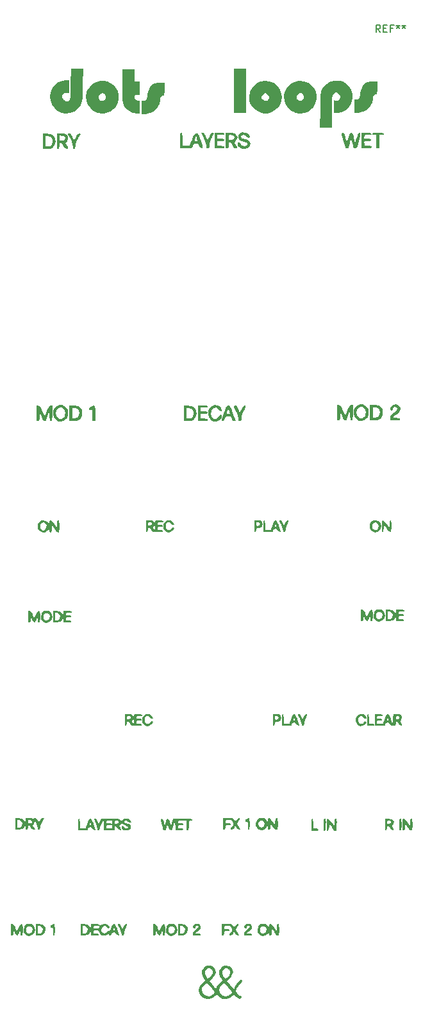
<source format=gbr>
%TF.GenerationSoftware,KiCad,Pcbnew,(6.0.2-0)*%
%TF.CreationDate,2022-03-24T14:58:07-04:00*%
%TF.ProjectId,dotspanel,646f7473-7061-46e6-956c-2e6b69636164,rev?*%
%TF.SameCoordinates,Original*%
%TF.FileFunction,Legend,Top*%
%TF.FilePolarity,Positive*%
%FSLAX46Y46*%
G04 Gerber Fmt 4.6, Leading zero omitted, Abs format (unit mm)*
G04 Created by KiCad (PCBNEW (6.0.2-0)) date 2022-03-24 14:58:07*
%MOMM*%
%LPD*%
G01*
G04 APERTURE LIST*
%ADD10C,0.150000*%
G04 APERTURE END LIST*
D10*
%TO.C,*%
%TO.C,REF\u002A\u002A*%
X151828666Y-49211380D02*
X151495333Y-48735190D01*
X151257238Y-49211380D02*
X151257238Y-48211380D01*
X151638190Y-48211380D01*
X151733428Y-48259000D01*
X151781047Y-48306619D01*
X151828666Y-48401857D01*
X151828666Y-48544714D01*
X151781047Y-48639952D01*
X151733428Y-48687571D01*
X151638190Y-48735190D01*
X151257238Y-48735190D01*
X152257238Y-48687571D02*
X152590571Y-48687571D01*
X152733428Y-49211380D02*
X152257238Y-49211380D01*
X152257238Y-48211380D01*
X152733428Y-48211380D01*
X153495333Y-48687571D02*
X153162000Y-48687571D01*
X153162000Y-49211380D02*
X153162000Y-48211380D01*
X153638190Y-48211380D01*
X154162000Y-48211380D02*
X154162000Y-48449476D01*
X153923904Y-48354238D02*
X154162000Y-48449476D01*
X154400095Y-48354238D01*
X154019142Y-48639952D02*
X154162000Y-48449476D01*
X154304857Y-48639952D01*
X154923904Y-48211380D02*
X154923904Y-48449476D01*
X154685809Y-48354238D02*
X154923904Y-48449476D01*
X155162000Y-48354238D01*
X154781047Y-48639952D02*
X154923904Y-48449476D01*
X155066761Y-48639952D01*
%TO.C,*%
%TO.C,front_panel_white*%
G36*
X134660947Y-166894355D02*
G01*
X134799254Y-167003269D01*
X134903028Y-167215018D01*
X134883934Y-167421619D01*
X134731733Y-167643907D01*
X134436188Y-167902718D01*
X134311840Y-167995083D01*
X134199157Y-168082148D01*
X134193511Y-168125000D01*
X134317419Y-168140129D01*
X134514167Y-168143250D01*
X134773791Y-168161084D01*
X134896159Y-168214758D01*
X134916334Y-168274021D01*
X134879593Y-168345257D01*
X134748312Y-168384850D01*
X134490899Y-168400091D01*
X134366001Y-168401021D01*
X134069758Y-168396794D01*
X133904710Y-168375092D01*
X133832761Y-168322385D01*
X133815819Y-168225141D01*
X133815667Y-168205536D01*
X133858355Y-167994386D01*
X134004276Y-167796701D01*
X134280220Y-167577055D01*
X134302501Y-167561717D01*
X134508923Y-167380509D01*
X134572868Y-167225978D01*
X134488050Y-167116265D01*
X134460984Y-167104362D01*
X134304627Y-167120006D01*
X134182820Y-167245142D01*
X134154334Y-167359621D01*
X134083690Y-167448922D01*
X133985001Y-167469687D01*
X133849145Y-167409092D01*
X133820388Y-167254440D01*
X133903290Y-167046432D01*
X133932747Y-167003269D01*
X134129207Y-166872864D01*
X134366001Y-166843154D01*
X134660947Y-166894355D01*
G37*
G36*
X118354770Y-166884006D02*
G01*
X118392494Y-166927267D01*
X118362032Y-167040262D01*
X118259565Y-167256449D01*
X118194667Y-167385021D01*
X118072228Y-167682145D01*
X117995797Y-167974430D01*
X117983001Y-168101873D01*
X117964445Y-168307292D01*
X117891816Y-168390766D01*
X117813667Y-168401021D01*
X117681423Y-168352045D01*
X117644334Y-168186939D01*
X117606812Y-168000972D01*
X117509072Y-167729899D01*
X117390334Y-167469687D01*
X117242475Y-167173389D01*
X117166116Y-166997175D01*
X117156693Y-166909842D01*
X117209641Y-166880186D01*
X117303645Y-166877021D01*
X117469688Y-166958825D01*
X117633539Y-167193930D01*
X117633710Y-167194263D01*
X117796465Y-167511505D01*
X117947748Y-167194263D01*
X118091726Y-166971179D01*
X118238356Y-166877939D01*
X118252682Y-166877021D01*
X118354770Y-166884006D01*
G37*
G36*
X148209001Y-99392063D02*
G01*
X148207265Y-99822578D01*
X148199038Y-100111706D01*
X148179785Y-100287386D01*
X148144974Y-100377553D01*
X148090071Y-100410143D01*
X148043229Y-100413687D01*
X147958661Y-100396590D01*
X147906075Y-100322471D01*
X147875529Y-100157093D01*
X147857083Y-99866217D01*
X147852729Y-99757521D01*
X147828001Y-99101354D01*
X147584919Y-99762066D01*
X147457559Y-100091180D01*
X147360751Y-100287613D01*
X147275205Y-100380516D01*
X147181633Y-100399040D01*
X147164743Y-100397066D01*
X147042240Y-100331625D01*
X146920196Y-100155049D01*
X146780613Y-99840884D01*
X146772824Y-99821021D01*
X146558001Y-99270687D01*
X146532965Y-99842187D01*
X146515750Y-100145238D01*
X146487351Y-100316457D01*
X146432509Y-100393297D01*
X146335967Y-100413211D01*
X146300132Y-100413687D01*
X146092334Y-100413687D01*
X146092334Y-98370958D01*
X146358806Y-98397489D01*
X146489335Y-98420806D01*
X146588233Y-98481144D01*
X146678591Y-98610097D01*
X146783498Y-98839260D01*
X146904167Y-99143687D01*
X147036148Y-99480348D01*
X147122846Y-99678472D01*
X147179864Y-99757530D01*
X147222809Y-99736995D01*
X147267283Y-99636338D01*
X147277345Y-99609354D01*
X147454300Y-99143776D01*
X147591991Y-98815158D01*
X147704253Y-98599665D01*
X147804917Y-98473463D01*
X147907819Y-98412718D01*
X147980856Y-98397230D01*
X148209001Y-98370440D01*
X148209001Y-99392063D01*
G37*
G36*
X104893015Y-167074166D02*
G01*
X105076277Y-166910720D01*
X105295969Y-166845399D01*
X105452334Y-166838536D01*
X105802697Y-166910158D01*
X106055743Y-167112653D01*
X106193807Y-167427463D01*
X106214334Y-167639021D01*
X106143216Y-167978813D01*
X105954173Y-168246319D01*
X105683672Y-168415444D01*
X105368177Y-168460098D01*
X105143893Y-168404937D01*
X104889029Y-168214528D01*
X104735410Y-167930154D01*
X104692100Y-167599895D01*
X104694503Y-167589529D01*
X105024718Y-167589529D01*
X105068832Y-167875066D01*
X105119292Y-167988198D01*
X105271256Y-168122375D01*
X105479221Y-168143455D01*
X105682826Y-168061362D01*
X105821711Y-167886019D01*
X105826983Y-167871854D01*
X105869575Y-167572126D01*
X105790377Y-167325877D01*
X105607364Y-167172743D01*
X105497284Y-167144924D01*
X105256117Y-167186146D01*
X105092870Y-167347119D01*
X105024718Y-167589529D01*
X104694503Y-167589529D01*
X104768163Y-167271832D01*
X104893015Y-167074166D01*
G37*
G36*
X130945868Y-62489002D02*
G01*
X131154436Y-62510706D01*
X131254105Y-62553769D01*
X131275667Y-62610021D01*
X131236654Y-62683764D01*
X131098353Y-62723356D01*
X130828875Y-62736770D01*
X130767667Y-62737021D01*
X130259667Y-62737021D01*
X130259667Y-62991021D01*
X130267487Y-63136228D01*
X130318731Y-63211808D01*
X130455080Y-63240494D01*
X130718213Y-63245020D01*
X130725334Y-63245021D01*
X130994442Y-63252370D01*
X131134632Y-63284148D01*
X131186034Y-63354947D01*
X131191001Y-63414354D01*
X131170788Y-63512211D01*
X131083399Y-63563189D01*
X130888703Y-63581881D01*
X130725334Y-63583687D01*
X130259667Y-63583687D01*
X130259667Y-64167903D01*
X130745678Y-64193295D01*
X131035605Y-64219735D01*
X131193621Y-64268925D01*
X131256839Y-64353393D01*
X131259886Y-64366854D01*
X131255926Y-64440600D01*
X131188377Y-64485043D01*
X131025563Y-64507346D01*
X130735812Y-64514670D01*
X130604542Y-64515021D01*
X129921001Y-64515021D01*
X129921001Y-62483021D01*
X130598334Y-62483021D01*
X130945868Y-62489002D01*
G37*
G36*
X106749909Y-166877021D02*
G01*
X107152602Y-166932916D01*
X107428437Y-167100866D01*
X107577858Y-167381265D01*
X107607485Y-167639021D01*
X107544579Y-167996834D01*
X107355563Y-168241927D01*
X107039994Y-168374695D01*
X106749909Y-168401021D01*
X106299001Y-168401021D01*
X106299001Y-168157749D01*
X106553001Y-168157749D01*
X106827578Y-168131218D01*
X107066462Y-168057886D01*
X107213198Y-167871854D01*
X107273851Y-167587944D01*
X107191945Y-167345957D01*
X106988780Y-167185939D01*
X106827578Y-167146823D01*
X106553001Y-167120292D01*
X106553001Y-168157749D01*
X106299001Y-168157749D01*
X106299001Y-166877021D01*
X106749909Y-166877021D01*
G37*
G36*
X109685667Y-62567687D02*
G01*
X110026364Y-62577575D01*
X110246169Y-62614300D01*
X110392739Y-62688453D01*
X110447667Y-62737021D01*
X110592360Y-62989819D01*
X110599506Y-63282825D01*
X110471163Y-63560412D01*
X110414843Y-63624209D01*
X110212685Y-63826366D01*
X110414843Y-64123868D01*
X110567389Y-64375369D01*
X110604354Y-64523746D01*
X110526234Y-64589162D01*
X110426501Y-64597011D01*
X110256507Y-64530288D01*
X110074975Y-64322878D01*
X110006425Y-64216011D01*
X109806049Y-63947736D01*
X109629423Y-63839732D01*
X109604258Y-63837687D01*
X109496581Y-63861623D01*
X109445641Y-63962367D01*
X109431774Y-64183330D01*
X109431667Y-64218687D01*
X109420588Y-64456782D01*
X109374582Y-64569370D01*
X109274498Y-64599542D01*
X109262334Y-64599687D01*
X109190853Y-64589719D01*
X109142917Y-64541107D01*
X109113847Y-64425790D01*
X109098968Y-64215708D01*
X109093602Y-63882798D01*
X109093001Y-63583687D01*
X109093001Y-63149533D01*
X109431667Y-63149533D01*
X109439987Y-63370887D01*
X109491561Y-63471007D01*
X109626314Y-63497957D01*
X109721953Y-63499021D01*
X109960921Y-63461531D01*
X110140238Y-63370829D01*
X110145286Y-63365973D01*
X110264735Y-63178713D01*
X110220959Y-63025084D01*
X110017682Y-62910405D01*
X109788963Y-62857179D01*
X109431667Y-62800045D01*
X109431667Y-63149533D01*
X109093001Y-63149533D01*
X109093001Y-62567687D01*
X109685667Y-62567687D01*
G37*
G36*
X113165562Y-153453905D02*
G01*
X113279675Y-153183264D01*
X113381207Y-153041540D01*
X113498336Y-152993295D01*
X113533105Y-152991687D01*
X113639929Y-153014021D01*
X113730174Y-153102027D01*
X113824612Y-153287212D01*
X113944018Y-153601081D01*
X113954708Y-153631107D01*
X114067786Y-153948441D01*
X114162703Y-154212656D01*
X114222185Y-154375719D01*
X114228745Y-154393107D01*
X114210867Y-154492771D01*
X114095297Y-154515687D01*
X113916431Y-154437801D01*
X113834334Y-154304021D01*
X113719957Y-154140162D01*
X113515745Y-154092394D01*
X113506941Y-154092354D01*
X113312439Y-154128333D01*
X113218230Y-154263898D01*
X113206899Y-154304021D01*
X113169625Y-154412065D01*
X113099403Y-154475270D01*
X112957396Y-154505608D01*
X112704765Y-154515056D01*
X112520387Y-154515687D01*
X111887001Y-154515687D01*
X111887001Y-153753687D01*
X111891950Y-153381937D01*
X111910013Y-153150380D01*
X111946012Y-153030076D01*
X112004771Y-152992089D01*
X112014001Y-152991687D01*
X112081379Y-153025251D01*
X112120739Y-153146429D01*
X112138311Y-153385953D01*
X112141001Y-153618162D01*
X112141001Y-154244636D01*
X112518060Y-154274625D01*
X112756015Y-154283069D01*
X112878010Y-154245410D01*
X112935361Y-154141851D01*
X112943872Y-154110369D01*
X113000425Y-153923643D01*
X113065847Y-153732521D01*
X113412297Y-153732521D01*
X113479897Y-153824393D01*
X113547059Y-153838354D01*
X113642684Y-153787860D01*
X113631726Y-153704429D01*
X113584865Y-153528750D01*
X113579037Y-153471596D01*
X113550739Y-153438301D01*
X113491067Y-153508406D01*
X113433818Y-153629023D01*
X113412297Y-153732521D01*
X113065847Y-153732521D01*
X113093793Y-153650880D01*
X113165562Y-153453905D01*
G37*
G36*
X140089562Y-139653238D02*
G01*
X140203675Y-139382598D01*
X140305207Y-139240873D01*
X140422336Y-139192629D01*
X140457105Y-139191021D01*
X140563929Y-139213355D01*
X140654174Y-139301361D01*
X140748612Y-139486545D01*
X140868018Y-139800415D01*
X140878708Y-139830440D01*
X140991786Y-140147774D01*
X141086703Y-140411989D01*
X141146185Y-140575052D01*
X141152745Y-140592440D01*
X141134867Y-140692105D01*
X141019297Y-140715021D01*
X140840431Y-140637134D01*
X140758334Y-140503354D01*
X140643957Y-140339495D01*
X140439745Y-140291728D01*
X140430941Y-140291687D01*
X140236439Y-140327666D01*
X140142230Y-140463231D01*
X140130899Y-140503354D01*
X140093625Y-140611399D01*
X140023403Y-140674603D01*
X139881396Y-140704942D01*
X139628765Y-140714389D01*
X139444387Y-140715021D01*
X138811001Y-140715021D01*
X138811001Y-139953021D01*
X138815950Y-139581271D01*
X138834013Y-139349713D01*
X138870012Y-139229409D01*
X138928771Y-139191422D01*
X138938001Y-139191021D01*
X139005379Y-139224584D01*
X139044739Y-139345762D01*
X139062311Y-139585286D01*
X139065001Y-139817495D01*
X139065001Y-140443970D01*
X139442060Y-140473958D01*
X139680015Y-140482402D01*
X139802010Y-140444743D01*
X139859361Y-140341185D01*
X139867872Y-140309702D01*
X139924425Y-140122977D01*
X139989847Y-139931854D01*
X140336297Y-139931854D01*
X140403897Y-140023726D01*
X140471059Y-140037687D01*
X140566684Y-139987193D01*
X140555726Y-139903762D01*
X140508865Y-139728083D01*
X140503037Y-139670929D01*
X140474739Y-139637634D01*
X140415067Y-139707740D01*
X140357818Y-139828356D01*
X140336297Y-139931854D01*
X139989847Y-139931854D01*
X140017793Y-139850213D01*
X140089562Y-139653238D01*
G37*
G36*
X115265678Y-153118687D02*
G01*
X115019667Y-153584354D01*
X114886141Y-153873038D01*
X114795165Y-154138206D01*
X114769662Y-154282854D01*
X114733212Y-154459818D01*
X114613206Y-154515322D01*
X114596334Y-154515687D01*
X114480056Y-154482907D01*
X114432805Y-154354599D01*
X114427001Y-154216539D01*
X114387730Y-153965998D01*
X114287640Y-153660462D01*
X114215334Y-153499687D01*
X114081561Y-153230467D01*
X114022194Y-153078545D01*
X114034721Y-153010361D01*
X114116631Y-152992358D01*
X114177321Y-152991687D01*
X114341847Y-153067138D01*
X114474790Y-153288021D01*
X114563856Y-153478584D01*
X114629440Y-153579517D01*
X114638667Y-153584354D01*
X114693614Y-153514506D01*
X114779618Y-153341326D01*
X114802544Y-153288021D01*
X114926360Y-152991687D01*
X116157629Y-152991687D01*
X116642366Y-152993513D01*
X116985384Y-153001207D01*
X117214280Y-153018094D01*
X117356651Y-153047500D01*
X117440092Y-153092750D01*
X117489089Y-153152116D01*
X117569252Y-153258611D01*
X117641828Y-153239784D01*
X117734767Y-153132874D01*
X117948904Y-152988760D01*
X118233230Y-152942626D01*
X118520687Y-152993269D01*
X118744216Y-153139484D01*
X118754039Y-153151158D01*
X118868828Y-153315785D01*
X118914334Y-153424400D01*
X118851449Y-153492012D01*
X118713372Y-153493097D01*
X118575972Y-153437646D01*
X118521618Y-153372687D01*
X118418367Y-153280428D01*
X118248002Y-153245020D01*
X118080751Y-153266672D01*
X117986844Y-153345596D01*
X117983001Y-153371074D01*
X118056033Y-153476993D01*
X118215834Y-153544074D01*
X118595899Y-153665780D01*
X118826263Y-153842415D01*
X118897175Y-154014775D01*
X118853173Y-154256343D01*
X118684432Y-154436557D01*
X118430015Y-154536987D01*
X118128986Y-154539202D01*
X117919501Y-154476049D01*
X117717614Y-154348991D01*
X117646319Y-154183676D01*
X117644334Y-154138774D01*
X117692525Y-153967239D01*
X117806822Y-153928627D01*
X117941809Y-154028440D01*
X117985716Y-154097428D01*
X118129563Y-154232308D01*
X118306195Y-154245595D01*
X118491068Y-154188032D01*
X118527602Y-154091440D01*
X118424897Y-153979138D01*
X118192053Y-153874440D01*
X118157232Y-153863909D01*
X117913569Y-153781709D01*
X117738419Y-153701614D01*
X117700959Y-153674845D01*
X117592159Y-153669606D01*
X117471679Y-153778814D01*
X117376810Y-153916038D01*
X117380845Y-154027036D01*
X117483453Y-154188891D01*
X117610293Y-154384312D01*
X117627337Y-154482085D01*
X117533835Y-154514109D01*
X117475779Y-154515687D01*
X117313884Y-154443793D01*
X117139589Y-154255423D01*
X117115946Y-154220402D01*
X116941650Y-153998682D01*
X116812086Y-153933815D01*
X116733965Y-154025818D01*
X116713001Y-154219354D01*
X116713001Y-154515687D01*
X115273667Y-154515687D01*
X115271004Y-154050021D01*
X115612334Y-154050021D01*
X115628125Y-154180636D01*
X115705747Y-154242520D01*
X115890570Y-154260879D01*
X115993334Y-154261687D01*
X116374334Y-154261687D01*
X116374334Y-153457354D01*
X116713001Y-153457354D01*
X116732110Y-153608294D01*
X116823773Y-153659632D01*
X116988167Y-153653218D01*
X117187465Y-153606747D01*
X117260196Y-153501538D01*
X117263334Y-153457354D01*
X117219043Y-153330439D01*
X117059475Y-153270296D01*
X116988167Y-153261489D01*
X116799131Y-153258708D01*
X116724676Y-153325613D01*
X116713001Y-153457354D01*
X116374334Y-153457354D01*
X116374334Y-153245687D01*
X115993334Y-153245687D01*
X115755239Y-153256767D01*
X115642651Y-153302772D01*
X115612479Y-153402856D01*
X115612334Y-153415021D01*
X115640734Y-153525805D01*
X115755523Y-153574767D01*
X115951001Y-153584354D01*
X116186486Y-153605325D01*
X116283521Y-153674842D01*
X116289667Y-153711354D01*
X116233744Y-153799661D01*
X116048365Y-153836049D01*
X115951001Y-153838354D01*
X115732803Y-153849907D01*
X115635822Y-153904401D01*
X115612455Y-154031587D01*
X115612334Y-154050021D01*
X115271004Y-154050021D01*
X115269673Y-153817187D01*
X115265678Y-153118687D01*
G37*
G36*
X121327782Y-139191168D02*
G01*
X121543000Y-139321631D01*
X121716664Y-139525090D01*
X121792759Y-139734819D01*
X121793001Y-139745338D01*
X121734171Y-139794583D01*
X121600960Y-139768609D01*
X121458281Y-139688480D01*
X121389316Y-139614354D01*
X121217548Y-139478331D01*
X120991759Y-139452701D01*
X120793934Y-139546621D01*
X120725493Y-139695088D01*
X120692799Y-139923374D01*
X120692334Y-139953021D01*
X120719009Y-140185020D01*
X120784207Y-140348297D01*
X120793934Y-140359421D01*
X120991978Y-140453372D01*
X121217754Y-140427630D01*
X121389316Y-140291687D01*
X121501666Y-140186899D01*
X121648387Y-140122043D01*
X121764567Y-140118180D01*
X121793001Y-140160703D01*
X121725803Y-140363703D01*
X121562101Y-140568702D01*
X121358725Y-140705860D01*
X121345363Y-140710806D01*
X121144680Y-140775641D01*
X121013138Y-140784631D01*
X120859827Y-140737221D01*
X120784682Y-140707393D01*
X120535131Y-140548103D01*
X120398089Y-140298943D01*
X120356360Y-139946612D01*
X120420962Y-139582605D01*
X120602550Y-139316330D01*
X120874329Y-139168624D01*
X121209508Y-139160321D01*
X121327782Y-139191168D01*
G37*
G36*
X109035909Y-125559687D02*
G01*
X109430914Y-125614010D01*
X109708245Y-125782838D01*
X109879873Y-126067687D01*
X109910173Y-126077425D01*
X109930077Y-125948746D01*
X109932983Y-125877187D01*
X109939667Y-125559687D01*
X110490001Y-125559687D01*
X110798691Y-125568166D01*
X110970262Y-125598462D01*
X111036304Y-125657864D01*
X111040334Y-125686687D01*
X110990472Y-125770395D01*
X110820931Y-125808523D01*
X110659334Y-125813687D01*
X110421239Y-125824767D01*
X110308651Y-125870772D01*
X110278479Y-125970856D01*
X110278334Y-125983021D01*
X110306734Y-126093805D01*
X110421523Y-126142767D01*
X110617001Y-126152354D01*
X110852486Y-126173325D01*
X110949521Y-126242842D01*
X110955667Y-126279354D01*
X110899744Y-126367661D01*
X110714365Y-126404049D01*
X110617001Y-126406354D01*
X110398803Y-126417907D01*
X110301822Y-126472401D01*
X110278455Y-126599587D01*
X110278334Y-126618021D01*
X110294125Y-126748636D01*
X110371747Y-126810520D01*
X110556570Y-126828879D01*
X110659334Y-126829687D01*
X110910456Y-126846308D01*
X111024842Y-126902821D01*
X111040334Y-126956687D01*
X111003593Y-127027923D01*
X110872312Y-127067517D01*
X110614899Y-127082757D01*
X110490001Y-127083687D01*
X109939667Y-127083687D01*
X109932983Y-126766187D01*
X109918717Y-126596595D01*
X109891057Y-126554667D01*
X109879873Y-126575687D01*
X109703650Y-126865200D01*
X109424056Y-127031595D01*
X109035909Y-127083687D01*
X108585001Y-127083687D01*
X108585001Y-126840416D01*
X108839001Y-126840416D01*
X109113578Y-126813885D01*
X109352462Y-126740553D01*
X109499198Y-126554521D01*
X109559851Y-126270611D01*
X109477945Y-126028624D01*
X109274780Y-125868606D01*
X109113578Y-125829489D01*
X108839001Y-125802958D01*
X108839001Y-126840416D01*
X108585001Y-126840416D01*
X108585001Y-125559687D01*
X109035909Y-125559687D01*
G37*
G36*
X152450896Y-139653238D02*
G01*
X152564693Y-139383003D01*
X152665818Y-139241404D01*
X152782716Y-139192816D01*
X152819951Y-139191021D01*
X152922858Y-139211159D01*
X153009744Y-139291910D01*
X153099767Y-139463777D01*
X153212086Y-139757263D01*
X153258368Y-139889052D01*
X153500667Y-140587083D01*
X153533246Y-139662311D01*
X153881667Y-139662311D01*
X153906070Y-139817127D01*
X154014367Y-139859826D01*
X154114501Y-139852811D01*
X154305951Y-139782657D01*
X154374389Y-139635521D01*
X154367705Y-139501320D01*
X154264424Y-139450598D01*
X154141556Y-139445021D01*
X153957631Y-139466288D01*
X153889005Y-139558896D01*
X153881667Y-139662311D01*
X153533246Y-139662311D01*
X153549849Y-139191021D01*
X154037491Y-139191021D01*
X154321365Y-139207737D01*
X154541608Y-139250857D01*
X154626734Y-139292621D01*
X154713891Y-139481631D01*
X154714390Y-139728054D01*
X154631804Y-139946015D01*
X154597839Y-139986753D01*
X154517004Y-140094136D01*
X154525487Y-140213772D01*
X154597839Y-140369596D01*
X154698878Y-140579503D01*
X154713107Y-140680967D01*
X154637091Y-140712930D01*
X154567364Y-140715021D01*
X154415179Y-140642766D01*
X154253963Y-140454972D01*
X154231552Y-140418687D01*
X154101792Y-140232082D01*
X153992111Y-140129301D01*
X153969189Y-140122354D01*
X153911343Y-140196773D01*
X153882424Y-140379767D01*
X153881667Y-140418687D01*
X153871534Y-140608014D01*
X153808684Y-140692446D01*
X153644443Y-140714311D01*
X153540905Y-140715021D01*
X153307769Y-140696832D01*
X153182210Y-140622270D01*
X153119667Y-140503354D01*
X153005291Y-140339495D01*
X152801078Y-140291728D01*
X152792275Y-140291687D01*
X152597772Y-140327666D01*
X152503563Y-140463231D01*
X152492233Y-140503354D01*
X152456551Y-140608638D01*
X152389861Y-140671577D01*
X152254750Y-140703035D01*
X152013808Y-140713878D01*
X151763387Y-140715021D01*
X151087667Y-140715021D01*
X151087667Y-139191021D01*
X151595667Y-139191021D01*
X151890640Y-139200774D01*
X152049009Y-139235349D01*
X152102665Y-139302718D01*
X152103667Y-139318021D01*
X152053805Y-139401728D01*
X151884264Y-139439857D01*
X151722667Y-139445021D01*
X151484572Y-139456100D01*
X151371984Y-139502106D01*
X151341813Y-139602189D01*
X151341667Y-139614354D01*
X151370067Y-139725138D01*
X151484856Y-139774100D01*
X151680334Y-139783687D01*
X151915819Y-139804658D01*
X152012854Y-139874176D01*
X152019001Y-139910687D01*
X151963077Y-139998994D01*
X151777698Y-140035382D01*
X151680334Y-140037687D01*
X151461760Y-140049628D01*
X151364641Y-140104383D01*
X151341715Y-140230351D01*
X151341667Y-140241182D01*
X151359151Y-140364092D01*
X151440275Y-140430184D01*
X151628046Y-140463324D01*
X151761209Y-140474016D01*
X152014688Y-140483452D01*
X152148639Y-140454340D01*
X152211494Y-140369651D01*
X152229354Y-140309405D01*
X152285818Y-140122865D01*
X152351189Y-139931854D01*
X152697630Y-139931854D01*
X152765230Y-140023726D01*
X152832392Y-140037687D01*
X152928017Y-139987193D01*
X152917059Y-139903762D01*
X152870198Y-139728083D01*
X152864371Y-139670929D01*
X152836072Y-139637634D01*
X152776400Y-139707740D01*
X152719152Y-139828356D01*
X152697630Y-139931854D01*
X152351189Y-139931854D01*
X152379122Y-139850237D01*
X152450896Y-139653238D01*
G37*
G36*
X134016311Y-98485024D02*
G01*
X134056007Y-98557460D01*
X134016351Y-98708298D01*
X133892913Y-98962176D01*
X133773334Y-99180400D01*
X133586870Y-99558350D01*
X133495289Y-99873164D01*
X133477001Y-100104324D01*
X133468889Y-100344476D01*
X133428542Y-100460207D01*
X133331939Y-100496233D01*
X133265334Y-100498354D01*
X133136328Y-100483254D01*
X133074159Y-100408145D01*
X133054807Y-100228313D01*
X133053667Y-100104324D01*
X133020185Y-99796513D01*
X132906585Y-99471603D01*
X132757334Y-99180400D01*
X132580527Y-98852183D01*
X132490489Y-98642048D01*
X132483931Y-98524679D01*
X132557562Y-98474760D01*
X132664572Y-98466354D01*
X132793882Y-98494824D01*
X132901363Y-98603631D01*
X133016750Y-98827866D01*
X133063093Y-98936704D01*
X133258042Y-99407054D01*
X133495879Y-98936704D01*
X133666661Y-98641982D01*
X133811419Y-98493292D01*
X133901691Y-98466354D01*
X134016311Y-98485024D01*
G37*
G36*
X151882750Y-62487970D02*
G01*
X152114308Y-62506033D01*
X152234612Y-62542032D01*
X152272599Y-62600791D01*
X152273001Y-62610021D01*
X152208741Y-62703952D01*
X152003656Y-62736791D01*
X151976667Y-62737021D01*
X151680334Y-62737021D01*
X151680334Y-64515021D01*
X151257001Y-64515021D01*
X151257001Y-62737021D01*
X151003001Y-62737021D01*
X150801348Y-62699156D01*
X150749001Y-62610021D01*
X150778696Y-62548062D01*
X150887073Y-62509469D01*
X151103070Y-62489419D01*
X151455626Y-62483087D01*
X151511001Y-62483021D01*
X151882750Y-62487970D01*
G37*
G36*
X149449009Y-125405897D02*
G01*
X149593798Y-125451587D01*
X149705260Y-125574050D01*
X149816692Y-125813281D01*
X149841347Y-125877187D01*
X149941667Y-126119439D01*
X150024961Y-126280885D01*
X150062425Y-126321687D01*
X150118963Y-126249532D01*
X150209963Y-126063178D01*
X150286534Y-125877187D01*
X150417029Y-125592647D01*
X150544165Y-125444676D01*
X150645781Y-125405632D01*
X150734457Y-125400955D01*
X150789666Y-125438856D01*
X150819325Y-125550551D01*
X150831352Y-125767259D01*
X150833664Y-126120199D01*
X150833667Y-126146465D01*
X150830878Y-126510160D01*
X150817791Y-126736663D01*
X150787324Y-126858088D01*
X150732396Y-126906544D01*
X150664334Y-126914354D01*
X150555352Y-126886711D01*
X150503663Y-126774786D01*
X150488316Y-126554521D01*
X150481632Y-126194687D01*
X150354261Y-126554521D01*
X150225973Y-126818889D01*
X150088589Y-126914261D01*
X149942841Y-126840688D01*
X149789461Y-126598221D01*
X149750425Y-126512187D01*
X149577373Y-126110021D01*
X149570520Y-126512187D01*
X149556024Y-126758747D01*
X149511264Y-126878546D01*
X149417770Y-126913748D01*
X149394334Y-126914354D01*
X149314121Y-126901703D01*
X149264171Y-126842340D01*
X149237399Y-126704148D01*
X149226719Y-126455009D01*
X149225001Y-126146730D01*
X149225001Y-125379106D01*
X149449009Y-125405897D01*
G37*
G36*
X139690770Y-113628673D02*
G01*
X139728494Y-113671934D01*
X139698032Y-113784929D01*
X139595565Y-114001115D01*
X139530667Y-114129687D01*
X139408228Y-114426811D01*
X139331797Y-114719097D01*
X139319001Y-114846539D01*
X139300445Y-115051958D01*
X139227816Y-115135433D01*
X139149667Y-115145687D01*
X139017423Y-115096711D01*
X138980334Y-114931606D01*
X138942812Y-114745639D01*
X138845072Y-114474566D01*
X138726334Y-114214354D01*
X138578475Y-113918056D01*
X138502116Y-113741842D01*
X138492693Y-113654509D01*
X138545641Y-113624853D01*
X138639645Y-113621687D01*
X138805688Y-113703491D01*
X138969539Y-113938597D01*
X138969710Y-113938929D01*
X139132465Y-114256172D01*
X139283748Y-113938929D01*
X139427726Y-113715845D01*
X139574356Y-113622605D01*
X139588682Y-113621687D01*
X139690770Y-113628673D01*
G37*
G36*
X125545909Y-166877021D02*
G01*
X125948602Y-166932916D01*
X126224437Y-167100866D01*
X126373858Y-167381265D01*
X126403485Y-167639021D01*
X126340579Y-167996834D01*
X126151563Y-168241927D01*
X125835994Y-168374695D01*
X125545909Y-168401021D01*
X125095001Y-168401021D01*
X125095001Y-168157749D01*
X125349001Y-168157749D01*
X125623578Y-168131218D01*
X125862462Y-168057886D01*
X126009198Y-167871854D01*
X126069851Y-167587944D01*
X125987945Y-167345957D01*
X125784780Y-167185939D01*
X125623578Y-167146823D01*
X125349001Y-167120292D01*
X125349001Y-168157749D01*
X125095001Y-168157749D01*
X125095001Y-166877021D01*
X125545909Y-166877021D01*
G37*
G36*
X151426334Y-56547389D02*
G01*
X151425019Y-56934037D01*
X151416075Y-57182105D01*
X151392000Y-57322346D01*
X151345294Y-57385512D01*
X151268456Y-57402358D01*
X151217646Y-57403021D01*
X151004827Y-57477463D01*
X150872583Y-57688025D01*
X150833195Y-57968954D01*
X150752701Y-58483207D01*
X150529569Y-58955457D01*
X150188219Y-59347923D01*
X149768642Y-59616035D01*
X149506544Y-59707286D01*
X149194871Y-59780920D01*
X148883454Y-59829639D01*
X148622126Y-59846143D01*
X148460719Y-59823134D01*
X148441834Y-59810368D01*
X148414759Y-59702731D01*
X148393433Y-59465778D01*
X148380687Y-59139500D01*
X148378334Y-58912909D01*
X148378334Y-58080354D01*
X148611167Y-58079057D01*
X148816894Y-58058109D01*
X148959608Y-57978267D01*
X149059352Y-57809963D01*
X149136166Y-57523627D01*
X149188645Y-57227026D01*
X149310565Y-56676283D01*
X149488175Y-56271459D01*
X149742000Y-55992830D01*
X150092568Y-55820673D01*
X150560407Y-55735264D01*
X150754716Y-55722257D01*
X151426334Y-55691757D01*
X151426334Y-56547389D01*
G37*
G36*
X150265656Y-139224284D02*
G01*
X150304978Y-139344489D01*
X150322757Y-139582259D01*
X150325667Y-139826021D01*
X150325667Y-140461021D01*
X150664334Y-140461021D01*
X150899819Y-140481992D01*
X150996854Y-140551509D01*
X151003001Y-140588021D01*
X150961194Y-140664609D01*
X150814497Y-140704040D01*
X150537334Y-140715021D01*
X150071667Y-140715021D01*
X150071667Y-139953021D01*
X150076616Y-139581271D01*
X150094679Y-139349713D01*
X150130679Y-139229409D01*
X150189438Y-139191422D01*
X150198667Y-139191021D01*
X150265656Y-139224284D01*
G37*
G36*
X154146511Y-98392103D02*
G01*
X154358112Y-98573569D01*
X154467727Y-98838171D01*
X154474334Y-98929395D01*
X154435420Y-99155633D01*
X154295566Y-99359058D01*
X154175054Y-99473583D01*
X153982543Y-99629553D01*
X153837618Y-99723724D01*
X153800102Y-99736354D01*
X153687525Y-99790328D01*
X153575435Y-99884521D01*
X153503813Y-99967390D01*
X153517572Y-100016660D01*
X153644105Y-100047112D01*
X153910805Y-100073527D01*
X153928476Y-100075021D01*
X154226539Y-100111840D01*
X154390626Y-100167197D01*
X154455994Y-100253759D01*
X154458631Y-100265521D01*
X154454626Y-100339267D01*
X154387035Y-100383711D01*
X154224178Y-100406014D01*
X153934380Y-100413337D01*
X153803209Y-100413687D01*
X153119667Y-100413687D01*
X153119667Y-100114328D01*
X153153352Y-99887718D01*
X153271436Y-99687369D01*
X153499466Y-99481843D01*
X153797001Y-99280733D01*
X154016405Y-99090230D01*
X154087274Y-98900051D01*
X154004085Y-98732298D01*
X153945167Y-98687681D01*
X153751187Y-98648037D01*
X153577343Y-98743636D01*
X153476708Y-98943623D01*
X153473612Y-98961834D01*
X153386300Y-99114629D01*
X153283112Y-99143687D01*
X153154520Y-99081708D01*
X153119271Y-98926137D01*
X153174201Y-98722522D01*
X153316148Y-98516413D01*
X153327485Y-98504839D01*
X153588430Y-98341905D01*
X153875695Y-98309604D01*
X154146511Y-98392103D01*
G37*
G36*
X144567460Y-153002326D02*
G01*
X144616486Y-153055531D01*
X144639971Y-153183236D01*
X144643963Y-153417374D01*
X144635011Y-153773886D01*
X144618992Y-154148889D01*
X144594717Y-154386289D01*
X144555434Y-154517807D01*
X144494392Y-154575167D01*
X144462501Y-154584428D01*
X144393666Y-154581436D01*
X144350038Y-154520893D01*
X144326019Y-154373249D01*
X144316012Y-154108955D01*
X144314334Y-153802229D01*
X144316757Y-153426903D01*
X144328473Y-153189538D01*
X144356156Y-153058782D01*
X144406479Y-153003283D01*
X144486114Y-152991688D01*
X144486844Y-152991687D01*
X144567460Y-153002326D01*
G37*
G36*
X108761718Y-166897067D02*
G01*
X108805819Y-166973141D01*
X108829249Y-167139246D01*
X108838116Y-167426693D01*
X108839001Y-167639021D01*
X108834051Y-168010770D01*
X108815988Y-168242328D01*
X108779989Y-168362632D01*
X108721230Y-168400619D01*
X108712001Y-168401021D01*
X108641080Y-168364554D01*
X108601495Y-168234132D01*
X108586043Y-167978216D01*
X108585001Y-167844982D01*
X108581048Y-167548656D01*
X108561607Y-167387879D01*
X108515307Y-167328917D01*
X108430773Y-167338034D01*
X108415667Y-167342687D01*
X108280164Y-167349301D01*
X108246334Y-167251893D01*
X108319708Y-167074449D01*
X108496727Y-166932453D01*
X108690834Y-166879713D01*
X108761718Y-166897067D01*
G37*
G36*
X130295103Y-98421603D02*
G01*
X130603148Y-98562691D01*
X130819634Y-98811775D01*
X130835850Y-98844988D01*
X130922306Y-99073198D01*
X130910161Y-99190574D01*
X130793815Y-99227788D01*
X130765852Y-99228354D01*
X130597034Y-99153157D01*
X130497337Y-99014657D01*
X130328995Y-98805426D01*
X130103799Y-98726338D01*
X129862952Y-98769479D01*
X129647654Y-98926936D01*
X129499106Y-99190798D01*
X129493953Y-99207362D01*
X129448732Y-99546461D01*
X129509584Y-99836536D01*
X129649802Y-100059766D01*
X129842679Y-100198332D01*
X130061508Y-100234414D01*
X130279582Y-100150191D01*
X130470193Y-99927844D01*
X130497120Y-99876711D01*
X130614800Y-99715003D01*
X130732611Y-99651687D01*
X130871776Y-99707715D01*
X130911211Y-99849950D01*
X130865439Y-100039619D01*
X130748981Y-100237946D01*
X130576360Y-100406160D01*
X130418939Y-100489175D01*
X130124901Y-100567427D01*
X129879655Y-100555324D01*
X129608980Y-100459098D01*
X129334267Y-100255953D01*
X129156720Y-99955302D01*
X129076966Y-99598755D01*
X129095635Y-99227924D01*
X129213354Y-98884423D01*
X129430751Y-98609862D01*
X129579562Y-98510120D01*
X129939306Y-98400187D01*
X130295103Y-98421603D01*
G37*
G36*
X146586969Y-55649412D02*
G01*
X146860491Y-55729423D01*
X147367431Y-56022227D01*
X147749478Y-56400729D01*
X148010268Y-56841763D01*
X148153435Y-57322160D01*
X148182614Y-57818753D01*
X148101440Y-58308375D01*
X147913547Y-58767859D01*
X147622571Y-59174036D01*
X147232145Y-59503740D01*
X146745904Y-59733804D01*
X146215964Y-59837632D01*
X145669001Y-59881537D01*
X145669001Y-58199023D01*
X145957039Y-58232650D01*
X146226926Y-58216402D01*
X146422706Y-58088649D01*
X146576964Y-57846891D01*
X146562163Y-57598579D01*
X146392516Y-57356839D01*
X146132324Y-57182716D01*
X145882856Y-57169369D01*
X145669306Y-57308861D01*
X145516864Y-57593255D01*
X145503844Y-57636850D01*
X145477858Y-57814538D01*
X145454968Y-58132955D01*
X145436301Y-58563506D01*
X145422983Y-59077598D01*
X145416142Y-59646638D01*
X145415473Y-59879521D01*
X145415001Y-61805687D01*
X143881190Y-61805687D01*
X143907262Y-59456187D01*
X143915615Y-58760161D01*
X143924546Y-58212015D01*
X143935729Y-57790299D01*
X143950840Y-57473562D01*
X143971555Y-57240354D01*
X143999549Y-57069225D01*
X144036498Y-56938726D01*
X144084078Y-56827406D01*
X144117703Y-56762245D01*
X144382074Y-56383534D01*
X144731151Y-56041359D01*
X145109920Y-55785090D01*
X145298101Y-55702933D01*
X145696079Y-55619487D01*
X146151541Y-55602084D01*
X146586969Y-55649412D01*
G37*
G36*
X106815277Y-113771106D02*
G01*
X107123990Y-113638579D01*
X107315001Y-113621687D01*
X107620736Y-113664754D01*
X107852558Y-113813246D01*
X107869182Y-113829505D01*
X108077001Y-114037324D01*
X108077001Y-113829505D01*
X108114930Y-113668900D01*
X108254962Y-113622868D01*
X108267501Y-113622817D01*
X108415017Y-113675026D01*
X108585580Y-113843994D01*
X108774544Y-114109650D01*
X109091087Y-114595354D01*
X109092044Y-114108521D01*
X109099344Y-113831989D01*
X109129038Y-113685170D01*
X109194910Y-113628658D01*
X109262334Y-113621687D01*
X109341036Y-113633833D01*
X109390708Y-113691210D01*
X109417961Y-113825231D01*
X109429409Y-114067305D01*
X109431667Y-114426021D01*
X109428736Y-114800909D01*
X109415856Y-115037632D01*
X109386899Y-115167315D01*
X109335735Y-115221081D01*
X109273284Y-115230354D01*
X109131199Y-115155212D01*
X108935330Y-114939545D01*
X108766051Y-114701187D01*
X108417201Y-114172021D01*
X108416434Y-114707395D01*
X108410107Y-114999827D01*
X108385409Y-115157756D01*
X108332174Y-115215815D01*
X108267501Y-115214671D01*
X108141591Y-115113982D01*
X108093611Y-114965532D01*
X108067889Y-114744491D01*
X107824958Y-114987422D01*
X107530169Y-115190327D01*
X107226987Y-115225027D01*
X106926114Y-115091569D01*
X106800488Y-114982867D01*
X106621679Y-114752442D01*
X106556491Y-114494273D01*
X106553001Y-114386352D01*
X106556309Y-114368674D01*
X106896725Y-114368674D01*
X106939719Y-114622203D01*
X107061001Y-114807021D01*
X107212633Y-114931328D01*
X107315001Y-114976354D01*
X107431803Y-114921705D01*
X107569001Y-114807021D01*
X107705189Y-114580449D01*
X107730278Y-114325547D01*
X107657554Y-114091028D01*
X107500302Y-113925609D01*
X107315001Y-113875687D01*
X107097652Y-113946702D01*
X106953798Y-114127269D01*
X106896725Y-114368674D01*
X106556309Y-114368674D01*
X106620696Y-114024630D01*
X106815277Y-113771106D01*
G37*
G36*
X149596814Y-139185319D02*
G01*
X149783191Y-139301417D01*
X149826706Y-139350491D01*
X149942775Y-139530534D01*
X149987001Y-139666067D01*
X149930496Y-139767242D01*
X149805369Y-139776970D01*
X149678195Y-139705757D01*
X149622274Y-139608512D01*
X149553842Y-139487619D01*
X149402544Y-139453975D01*
X149296428Y-139460346D01*
X149076388Y-139518164D01*
X148956184Y-139665951D01*
X148935018Y-139720187D01*
X148890045Y-140028658D01*
X148975412Y-140272382D01*
X149175295Y-140419591D01*
X149296428Y-140445695D01*
X149501101Y-140442404D01*
X149599052Y-140362711D01*
X149622274Y-140297529D01*
X149712851Y-140163464D01*
X149846675Y-140123003D01*
X149957883Y-140179571D01*
X149987001Y-140278565D01*
X149911562Y-140488974D01*
X149717752Y-140652163D01*
X149454327Y-140748144D01*
X149170044Y-140756929D01*
X148972669Y-140694374D01*
X148716712Y-140471514D01*
X148586413Y-140148591D01*
X148580294Y-139834762D01*
X148685577Y-139479748D01*
X148900869Y-139253207D01*
X149224856Y-139156350D01*
X149319133Y-139152536D01*
X149596814Y-139185319D01*
G37*
G36*
X112544028Y-56069521D02*
G01*
X112528012Y-56814481D01*
X112505382Y-57412867D01*
X112471202Y-57887431D01*
X112420537Y-58260924D01*
X112348449Y-58556096D01*
X112250004Y-58795699D01*
X112120266Y-59002485D01*
X111954297Y-59199204D01*
X111839278Y-59317866D01*
X111372920Y-59671115D01*
X110841595Y-59873109D01*
X110264776Y-59919374D01*
X109685667Y-59812923D01*
X109170684Y-59568861D01*
X108749599Y-59198880D01*
X108440382Y-58728416D01*
X108261003Y-58182905D01*
X108222461Y-57741687D01*
X108304028Y-57117452D01*
X108524885Y-56577877D01*
X108872056Y-56137200D01*
X109332569Y-55809664D01*
X109893449Y-55609508D01*
X110208705Y-55561536D01*
X110701667Y-55516835D01*
X110701667Y-57216927D01*
X110404008Y-57208490D01*
X110141559Y-57244593D01*
X109966564Y-57339838D01*
X109844846Y-57568404D01*
X109837856Y-57844387D01*
X109940993Y-58095059D01*
X110019602Y-58178214D01*
X110276074Y-58316456D01*
X110523499Y-58291645D01*
X110713454Y-58172633D01*
X110776668Y-58117513D01*
X110825230Y-58053017D01*
X110861426Y-57957369D01*
X110887543Y-57808795D01*
X110905867Y-57585520D01*
X110918684Y-57265769D01*
X110928280Y-56827768D01*
X110936941Y-56249742D01*
X110940130Y-56013633D01*
X110966927Y-54016354D01*
X112579717Y-54016354D01*
X112544028Y-56069521D01*
G37*
G36*
X142146103Y-139198006D02*
G01*
X142183827Y-139241267D01*
X142153366Y-139354262D01*
X142050898Y-139570449D01*
X141986001Y-139699021D01*
X141863561Y-139996145D01*
X141787130Y-140288430D01*
X141774334Y-140415873D01*
X141755779Y-140621292D01*
X141683150Y-140704766D01*
X141605001Y-140715021D01*
X141472756Y-140666045D01*
X141435667Y-140500939D01*
X141398145Y-140314972D01*
X141300405Y-140043899D01*
X141181667Y-139783687D01*
X141033808Y-139487389D01*
X140957449Y-139311175D01*
X140948026Y-139223842D01*
X141000974Y-139194186D01*
X141094978Y-139191021D01*
X141261022Y-139272825D01*
X141424873Y-139507930D01*
X141425044Y-139508263D01*
X141587799Y-139825505D01*
X141739081Y-139508263D01*
X141883059Y-139285179D01*
X142029689Y-139191939D01*
X142044015Y-139191021D01*
X142146103Y-139198006D01*
G37*
G36*
X150554836Y-113881250D02*
G01*
X150675895Y-113738224D01*
X150936367Y-113605872D01*
X151253830Y-113586800D01*
X151562236Y-113677943D01*
X151717894Y-113786537D01*
X151885333Y-114045498D01*
X151947547Y-114367597D01*
X151903361Y-114689733D01*
X151751599Y-114948804D01*
X151739764Y-114960293D01*
X151427192Y-115154798D01*
X151090704Y-115187842D01*
X150778247Y-115070464D01*
X150551264Y-114838395D01*
X150435680Y-114527855D01*
X150435614Y-114383687D01*
X150749001Y-114383687D01*
X150812273Y-114635745D01*
X150971999Y-114815504D01*
X151183042Y-114898345D01*
X151400268Y-114859648D01*
X151494067Y-114790087D01*
X151562508Y-114641619D01*
X151595202Y-114413334D01*
X151595667Y-114383687D01*
X151549069Y-114083759D01*
X151404748Y-113917876D01*
X151203781Y-113875687D01*
X150959284Y-113950526D01*
X150796824Y-114149345D01*
X150749001Y-114383687D01*
X150435614Y-114383687D01*
X150435527Y-114191316D01*
X150554836Y-113881250D01*
G37*
G36*
X150334534Y-62489002D02*
G01*
X150543102Y-62510706D01*
X150642771Y-62553769D01*
X150664334Y-62610021D01*
X150621802Y-62687311D01*
X150472965Y-62726674D01*
X150208277Y-62737021D01*
X149944366Y-62742492D01*
X149804092Y-62774581D01*
X149741789Y-62856800D01*
X149714940Y-62991021D01*
X149677661Y-63245021D01*
X150128664Y-63245021D01*
X150392578Y-63252860D01*
X150528125Y-63286549D01*
X150575942Y-63361345D01*
X150579667Y-63414354D01*
X150559843Y-63511476D01*
X150473823Y-63562496D01*
X150281785Y-63581616D01*
X150104942Y-63583687D01*
X149834969Y-63590949D01*
X149701272Y-63619629D01*
X149671158Y-63680071D01*
X149681609Y-63717612D01*
X149726730Y-63920098D01*
X149733001Y-64013945D01*
X149755297Y-64108100D01*
X149848606Y-64157142D01*
X150052554Y-64174891D01*
X150198667Y-64176354D01*
X150467775Y-64183704D01*
X150607965Y-64215482D01*
X150659367Y-64286280D01*
X150664334Y-64345687D01*
X150650193Y-64430056D01*
X150585062Y-64480621D01*
X150434880Y-64505896D01*
X150165585Y-64514397D01*
X149987001Y-64515021D01*
X149309667Y-64515021D01*
X149309667Y-62483021D01*
X149987001Y-62483021D01*
X150334534Y-62489002D01*
G37*
G36*
X137634229Y-114083905D02*
G01*
X137748342Y-113813264D01*
X137849873Y-113671540D01*
X137967002Y-113623295D01*
X138001772Y-113621687D01*
X138108596Y-113644021D01*
X138198840Y-113732027D01*
X138293279Y-113917212D01*
X138412685Y-114231081D01*
X138423375Y-114261107D01*
X138536453Y-114578441D01*
X138631370Y-114842656D01*
X138690851Y-115005719D01*
X138697412Y-115023107D01*
X138679534Y-115122771D01*
X138563963Y-115145687D01*
X138385097Y-115067801D01*
X138303001Y-114934021D01*
X138188624Y-114770162D01*
X137984411Y-114722394D01*
X137975608Y-114722354D01*
X137781105Y-114758333D01*
X137686897Y-114893898D01*
X137675566Y-114934021D01*
X137638292Y-115042065D01*
X137568070Y-115105270D01*
X137426063Y-115135608D01*
X137173432Y-115145056D01*
X136989054Y-115145687D01*
X136355667Y-115145687D01*
X136355667Y-114383687D01*
X136360616Y-114011937D01*
X136378679Y-113780380D01*
X136414679Y-113660076D01*
X136473438Y-113622089D01*
X136482667Y-113621687D01*
X136550045Y-113655251D01*
X136589406Y-113776429D01*
X136606978Y-114015953D01*
X136609667Y-114248162D01*
X136609667Y-114874636D01*
X136986727Y-114904625D01*
X137224682Y-114913069D01*
X137346677Y-114875410D01*
X137404028Y-114771851D01*
X137412539Y-114740369D01*
X137469092Y-114553643D01*
X137534514Y-114362521D01*
X137880964Y-114362521D01*
X137948564Y-114454393D01*
X138015726Y-114468354D01*
X138111350Y-114417860D01*
X138100392Y-114334429D01*
X138053531Y-114158750D01*
X138047704Y-114101596D01*
X138019406Y-114068301D01*
X137959733Y-114138406D01*
X137902485Y-114259023D01*
X137880964Y-114362521D01*
X137534514Y-114362521D01*
X137562460Y-114280880D01*
X137634229Y-114083905D01*
G37*
G36*
X126369205Y-98466354D02*
G01*
X126850668Y-98508475D01*
X127196035Y-98642682D01*
X127418281Y-98880737D01*
X127530382Y-99234404D01*
X127550334Y-99537138D01*
X127528525Y-99807799D01*
X127438609Y-100009776D01*
X127262467Y-100210487D01*
X127092836Y-100366909D01*
X126940168Y-100453292D01*
X126743880Y-100490234D01*
X126443387Y-100498335D01*
X126415801Y-100498354D01*
X125857001Y-100498354D01*
X125857001Y-100159687D01*
X126195667Y-100159687D01*
X126528189Y-100159687D01*
X126793841Y-100126408D01*
X126978947Y-100003256D01*
X127036189Y-99936602D01*
X127183804Y-99634218D01*
X127181908Y-99328973D01*
X127046031Y-99055888D01*
X126791703Y-98849986D01*
X126513167Y-98757132D01*
X126195667Y-98701509D01*
X126195667Y-100159687D01*
X125857001Y-100159687D01*
X125857001Y-98466354D01*
X126369205Y-98466354D01*
G37*
G36*
X152977909Y-125390354D02*
G01*
X153372914Y-125444676D01*
X153650245Y-125613505D01*
X153821873Y-125898354D01*
X153852173Y-125908092D01*
X153872077Y-125779412D01*
X153874983Y-125707854D01*
X153881667Y-125390354D01*
X154432001Y-125390354D01*
X154740691Y-125398832D01*
X154912262Y-125429128D01*
X154978304Y-125488531D01*
X154982334Y-125517354D01*
X154932472Y-125601061D01*
X154762931Y-125639190D01*
X154601334Y-125644354D01*
X154363239Y-125655433D01*
X154250651Y-125701439D01*
X154220479Y-125801523D01*
X154220334Y-125813687D01*
X154248734Y-125924471D01*
X154363523Y-125973433D01*
X154559001Y-125983021D01*
X154794486Y-126003992D01*
X154891521Y-126073509D01*
X154897667Y-126110021D01*
X154841744Y-126198327D01*
X154656365Y-126234716D01*
X154559001Y-126237021D01*
X154340803Y-126248574D01*
X154243822Y-126303067D01*
X154220455Y-126430254D01*
X154220334Y-126448687D01*
X154236125Y-126579302D01*
X154313747Y-126641186D01*
X154498570Y-126659545D01*
X154601334Y-126660354D01*
X154852456Y-126676974D01*
X154966842Y-126733488D01*
X154982334Y-126787354D01*
X154945593Y-126858590D01*
X154814312Y-126898183D01*
X154556899Y-126913424D01*
X154432001Y-126914354D01*
X153881667Y-126914354D01*
X153874983Y-126596854D01*
X153860717Y-126427262D01*
X153833057Y-126385333D01*
X153821873Y-126406354D01*
X153645650Y-126695866D01*
X153366056Y-126862262D01*
X152977909Y-126914354D01*
X152527001Y-126914354D01*
X152527001Y-126671083D01*
X152781001Y-126671083D01*
X153055578Y-126644552D01*
X153294462Y-126571219D01*
X153441198Y-126385187D01*
X153501851Y-126101277D01*
X153419945Y-125859290D01*
X153216780Y-125699272D01*
X153055578Y-125660156D01*
X152781001Y-125633625D01*
X152781001Y-126671083D01*
X152527001Y-126671083D01*
X152527001Y-125390354D01*
X152977909Y-125390354D01*
G37*
G36*
X149138365Y-62483170D02*
G01*
X149187978Y-62501200D01*
X149205930Y-62563486D01*
X149190382Y-62696402D01*
X149139497Y-62926321D01*
X149051435Y-63279618D01*
X148985154Y-63541354D01*
X148880402Y-63945480D01*
X148800577Y-64213692D01*
X148731921Y-64374931D01*
X148660675Y-64458135D01*
X148573079Y-64492248D01*
X148530026Y-64498671D01*
X148417020Y-64501330D01*
X148338797Y-64455074D01*
X148275580Y-64327171D01*
X148207593Y-64084889D01*
X148159804Y-63885946D01*
X148083674Y-63592269D01*
X148016020Y-63382922D01*
X147968917Y-63293925D01*
X147961662Y-63294804D01*
X147920218Y-63395833D01*
X147857159Y-63615156D01*
X147786087Y-63905438D01*
X147785611Y-63907529D01*
X147710325Y-64210158D01*
X147642100Y-64384121D01*
X147558449Y-64467489D01*
X147436887Y-64498332D01*
X147436642Y-64498360D01*
X147337228Y-64501983D01*
X147263094Y-64466863D01*
X147199699Y-64364856D01*
X147132502Y-64167820D01*
X147046960Y-63847609D01*
X146996052Y-63645632D01*
X146899963Y-63268981D01*
X146813906Y-62943977D01*
X146749008Y-62711956D01*
X146721415Y-62625126D01*
X146717907Y-62518271D01*
X146843793Y-62483641D01*
X146880388Y-62483021D01*
X146991804Y-62496859D01*
X147070868Y-62561129D01*
X147137084Y-62709963D01*
X147209951Y-62977493D01*
X147243871Y-63119196D01*
X147321213Y-63409581D01*
X147392672Y-63612695D01*
X147445438Y-63693758D01*
X147454380Y-63690696D01*
X147502212Y-63579858D01*
X147568226Y-63353139D01*
X147634488Y-63075687D01*
X147706004Y-62777628D01*
X147772756Y-62607874D01*
X147857583Y-62527662D01*
X147974076Y-62499283D01*
X148082817Y-62495977D01*
X148159430Y-62537954D01*
X148221656Y-62656586D01*
X148287234Y-62883248D01*
X148357087Y-63176616D01*
X148520089Y-63880021D01*
X148618545Y-63520187D01*
X148705961Y-63196332D01*
X148792945Y-62867695D01*
X148804931Y-62821687D01*
X148891121Y-62587422D01*
X149002841Y-62490500D01*
X149058931Y-62483021D01*
X149138365Y-62483170D01*
G37*
G36*
X131920019Y-166880006D02*
G01*
X132140725Y-166895870D01*
X132270713Y-166934974D01*
X132349281Y-167007682D01*
X132401190Y-167096373D01*
X132516120Y-167315726D01*
X132659845Y-167096373D01*
X132812936Y-166939762D01*
X132970952Y-166877021D01*
X133092557Y-166888304D01*
X133124233Y-166943630D01*
X133062567Y-167075207D01*
X132928266Y-167279814D01*
X132826002Y-167429044D01*
X132774149Y-167537151D01*
X132780799Y-167645614D01*
X132854047Y-167795909D01*
X133001985Y-168029515D01*
X133105738Y-168189354D01*
X133191936Y-168338161D01*
X133165427Y-168393151D01*
X133023246Y-168401021D01*
X132828592Y-168345399D01*
X132677664Y-168156274D01*
X132667406Y-168136847D01*
X132530797Y-167872673D01*
X132370143Y-168136847D01*
X132208242Y-168325914D01*
X132041539Y-168400996D01*
X132038912Y-168401021D01*
X131918963Y-168391918D01*
X131882736Y-168343030D01*
X131934287Y-168221985D01*
X132077672Y-167996410D01*
X132092399Y-167974138D01*
X132224072Y-167764200D01*
X132269178Y-167626471D01*
X132236251Y-167493055D01*
X132169325Y-167362120D01*
X132068479Y-167198927D01*
X131957554Y-167123163D01*
X131775756Y-167108456D01*
X131606593Y-167118025D01*
X131357167Y-167144302D01*
X131233889Y-167193108D01*
X131193578Y-167288632D01*
X131191001Y-167350859D01*
X131210873Y-167482194D01*
X131301998Y-167540549D01*
X131511640Y-167554325D01*
X131529667Y-167554354D01*
X131765152Y-167575325D01*
X131862187Y-167644842D01*
X131868334Y-167681354D01*
X131812411Y-167769661D01*
X131627031Y-167806049D01*
X131529667Y-167808354D01*
X131312831Y-167817325D01*
X131216468Y-167872717D01*
X131191758Y-168017246D01*
X131191001Y-168104687D01*
X131172059Y-168308926D01*
X131098112Y-168391334D01*
X131021667Y-168401021D01*
X130941215Y-168388288D01*
X130891223Y-168328605D01*
X130864530Y-168189741D01*
X130853974Y-167939468D01*
X130852334Y-167639021D01*
X130852334Y-166877021D01*
X131569296Y-166877021D01*
X131920019Y-166880006D01*
G37*
G36*
X113129330Y-56895021D02*
G01*
X113416561Y-56436957D01*
X113815468Y-56054696D01*
X114289255Y-55769568D01*
X114801129Y-55602904D01*
X115314296Y-55576034D01*
X115388540Y-55585294D01*
X115807489Y-55705473D01*
X116242761Y-55923621D01*
X116627231Y-56200895D01*
X116844598Y-56427856D01*
X117136116Y-56934295D01*
X117277682Y-57467080D01*
X117280132Y-58002109D01*
X117154302Y-58515281D01*
X116911025Y-58982495D01*
X116561138Y-59379648D01*
X116115474Y-59682639D01*
X115584870Y-59867366D01*
X115279796Y-59908631D01*
X114946824Y-59907369D01*
X114626870Y-59868923D01*
X114494090Y-59835739D01*
X113966117Y-59579954D01*
X113535417Y-59211291D01*
X113214511Y-58756725D01*
X113015917Y-58243234D01*
X112952156Y-57697794D01*
X112956763Y-57667460D01*
X114624649Y-57667460D01*
X114654051Y-57921164D01*
X114711249Y-58031459D01*
X114911315Y-58202132D01*
X115167313Y-58251047D01*
X115413304Y-58170892D01*
X115479286Y-58116640D01*
X115602393Y-57887828D01*
X115594084Y-57627857D01*
X115461672Y-57402665D01*
X115394106Y-57348602D01*
X115134949Y-57257657D01*
X114898232Y-57302573D01*
X114717088Y-57450219D01*
X114624649Y-57667460D01*
X112956763Y-57667460D01*
X113035747Y-57147383D01*
X113129330Y-56895021D01*
G37*
G36*
X119337667Y-55709687D02*
G01*
X120015001Y-55709687D01*
X120015001Y-57487687D01*
X119676334Y-57487687D01*
X119455483Y-57501422D01*
X119357712Y-57558154D01*
X119337667Y-57662587D01*
X119407075Y-57958845D01*
X119606446Y-58152246D01*
X119760296Y-58207199D01*
X120015001Y-58263142D01*
X120015001Y-59943021D01*
X119650624Y-59943021D01*
X119281803Y-59887721D01*
X118873215Y-59736796D01*
X118836543Y-59718923D01*
X118401052Y-59411064D01*
X118054462Y-58979447D01*
X117823360Y-58457764D01*
X117813082Y-58421943D01*
X117789399Y-58253285D01*
X117768301Y-57943402D01*
X117750805Y-57520396D01*
X117737929Y-57012369D01*
X117730688Y-56447423D01*
X117729473Y-56111854D01*
X117729001Y-54101021D01*
X119337667Y-54101021D01*
X119337667Y-55709687D01*
G37*
G36*
X134069667Y-59858354D02*
G01*
X132461001Y-59858354D01*
X132461001Y-54016354D01*
X134069667Y-54016354D01*
X134069667Y-59858354D01*
G37*
G36*
X108500334Y-99476730D02*
G01*
X108498599Y-99907244D01*
X108490371Y-100196373D01*
X108471118Y-100372053D01*
X108436307Y-100462219D01*
X108381404Y-100494810D01*
X108334562Y-100498354D01*
X108249995Y-100481256D01*
X108197408Y-100407138D01*
X108166862Y-100241760D01*
X108148416Y-99950883D01*
X108144062Y-99842187D01*
X108119334Y-99186021D01*
X107876253Y-99846733D01*
X107748893Y-100175847D01*
X107652085Y-100372279D01*
X107566539Y-100465182D01*
X107472966Y-100483707D01*
X107456076Y-100481733D01*
X107333573Y-100416292D01*
X107211529Y-100239715D01*
X107071947Y-99925551D01*
X107064157Y-99905687D01*
X106849334Y-99355354D01*
X106824299Y-99926854D01*
X106807083Y-100229904D01*
X106778684Y-100401124D01*
X106723843Y-100477964D01*
X106627300Y-100497878D01*
X106591465Y-100498354D01*
X106383667Y-100498354D01*
X106383667Y-98455625D01*
X106650139Y-98482156D01*
X106780668Y-98505473D01*
X106879566Y-98565811D01*
X106969924Y-98694764D01*
X107074832Y-98923927D01*
X107195501Y-99228354D01*
X107327481Y-99565014D01*
X107414179Y-99763138D01*
X107471198Y-99842197D01*
X107514142Y-99821662D01*
X107558616Y-99721005D01*
X107568678Y-99694021D01*
X107745633Y-99228443D01*
X107883325Y-98899825D01*
X107995586Y-98684332D01*
X108096251Y-98558130D01*
X108199152Y-98497385D01*
X108272189Y-98481897D01*
X108500334Y-98455106D01*
X108500334Y-99476730D01*
G37*
G36*
X134586607Y-57141690D02*
G01*
X134692078Y-56852071D01*
X135017612Y-56339272D01*
X135449706Y-55952040D01*
X135970330Y-55701902D01*
X136561454Y-55600389D01*
X136652001Y-55598692D01*
X137251856Y-55677684D01*
X137783826Y-55906974D01*
X138229882Y-56275032D01*
X138571994Y-56770328D01*
X138611923Y-56852071D01*
X138756196Y-57302299D01*
X138810380Y-57798620D01*
X138771192Y-58272075D01*
X138692228Y-58539390D01*
X138491634Y-58882128D01*
X138192335Y-59235703D01*
X137849885Y-59541108D01*
X137595238Y-59704544D01*
X137270109Y-59820961D01*
X136872459Y-59894589D01*
X136473958Y-59917541D01*
X136146270Y-59881932D01*
X136101119Y-59868952D01*
X135603424Y-59633346D01*
X135151263Y-59285006D01*
X134790125Y-58864541D01*
X134611773Y-58539390D01*
X134508933Y-58119046D01*
X134505080Y-57860824D01*
X136151067Y-57860824D01*
X136299880Y-58104827D01*
X136542354Y-58237104D01*
X136652001Y-58249687D01*
X136866248Y-58200327D01*
X136965936Y-58143854D01*
X137102543Y-57974528D01*
X137152934Y-57860824D01*
X137137500Y-57651541D01*
X137011202Y-57438770D01*
X136820760Y-57281001D01*
X136652001Y-57233687D01*
X136443856Y-57304311D01*
X136262113Y-57477187D01*
X136153490Y-57693827D01*
X136151067Y-57860824D01*
X134505080Y-57860824D01*
X134501639Y-57630160D01*
X134586607Y-57141690D01*
G37*
G36*
X103221009Y-166892563D02*
G01*
X103365798Y-166938254D01*
X103477260Y-167060716D01*
X103588692Y-167299948D01*
X103613347Y-167363854D01*
X103713667Y-167606106D01*
X103796961Y-167767552D01*
X103834425Y-167808354D01*
X103890963Y-167736198D01*
X103981963Y-167549844D01*
X104058534Y-167363854D01*
X104189029Y-167079314D01*
X104316165Y-166931343D01*
X104417781Y-166892299D01*
X104506457Y-166887622D01*
X104561666Y-166925522D01*
X104591325Y-167037218D01*
X104603352Y-167253926D01*
X104605664Y-167606866D01*
X104605667Y-167633132D01*
X104602878Y-167996827D01*
X104589791Y-168223330D01*
X104559324Y-168344754D01*
X104504396Y-168393211D01*
X104436334Y-168401021D01*
X104327352Y-168373378D01*
X104275663Y-168261453D01*
X104260316Y-168041187D01*
X104253632Y-167681354D01*
X104126261Y-168041187D01*
X103997973Y-168305556D01*
X103860589Y-168400928D01*
X103714841Y-168327355D01*
X103561461Y-168084888D01*
X103522425Y-167998854D01*
X103349373Y-167596687D01*
X103342520Y-167998854D01*
X103328024Y-168245413D01*
X103283264Y-168365213D01*
X103189770Y-168400415D01*
X103166334Y-168401021D01*
X103086121Y-168388370D01*
X103036171Y-168329007D01*
X103009399Y-168190814D01*
X102998719Y-167941676D01*
X102997001Y-167633397D01*
X102997001Y-166865773D01*
X103221009Y-166892563D01*
G37*
G36*
X128487604Y-62512204D02*
G01*
X128608062Y-62621786D01*
X128745041Y-62844817D01*
X128805569Y-62961505D01*
X129047519Y-63439990D01*
X129245839Y-62961505D01*
X129372987Y-62685380D01*
X129481454Y-62538015D01*
X129599271Y-62485408D01*
X129640247Y-62483021D01*
X129791927Y-62499379D01*
X129836334Y-62527467D01*
X129800845Y-62618966D01*
X129706811Y-62821349D01*
X129572881Y-63094788D01*
X129540001Y-63160354D01*
X129344549Y-63606728D01*
X129253781Y-63972693D01*
X129243667Y-64131907D01*
X129235007Y-64367837D01*
X129192353Y-64479936D01*
X129090700Y-64513465D01*
X129032001Y-64515021D01*
X128895902Y-64496672D01*
X128835219Y-64409960D01*
X128820427Y-64207382D01*
X128820334Y-64174474D01*
X128763622Y-63838744D01*
X128592059Y-63390690D01*
X128480722Y-63158474D01*
X128141111Y-62483021D01*
X128352365Y-62483021D01*
X128487604Y-62512204D01*
G37*
G36*
X111292998Y-98466354D02*
G01*
X111619168Y-98473632D01*
X111834160Y-98506457D01*
X111995891Y-98581317D01*
X112160831Y-98713409D01*
X112316587Y-98867894D01*
X112399495Y-99015895D01*
X112432167Y-99219569D01*
X112437334Y-99473484D01*
X112426865Y-99779120D01*
X112382477Y-99978371D01*
X112284693Y-100133571D01*
X112204207Y-100219632D01*
X112060633Y-100343466D01*
X111902561Y-100418427D01*
X111678388Y-100460284D01*
X111336509Y-100484804D01*
X111336373Y-100484811D01*
X110701667Y-100516862D01*
X110701667Y-100159687D01*
X111125001Y-100159687D01*
X111421334Y-100159687D01*
X111722854Y-100098693D01*
X111887001Y-99990354D01*
X112019061Y-99762301D01*
X112056334Y-99453143D01*
X112011742Y-99130658D01*
X111861759Y-98919301D01*
X111582080Y-98791639D01*
X111442501Y-98760428D01*
X111125001Y-98701509D01*
X111125001Y-100159687D01*
X110701667Y-100159687D01*
X110701667Y-98466354D01*
X111292998Y-98466354D01*
G37*
G36*
X124121782Y-113621835D02*
G01*
X124337000Y-113752298D01*
X124510664Y-113955757D01*
X124586759Y-114165486D01*
X124587001Y-114176004D01*
X124528171Y-114225250D01*
X124394960Y-114199276D01*
X124252281Y-114119147D01*
X124183316Y-114045021D01*
X124011548Y-113908998D01*
X123785759Y-113883367D01*
X123587934Y-113977287D01*
X123513282Y-114144427D01*
X123489373Y-114391161D01*
X123516208Y-114635532D01*
X123587934Y-114790087D01*
X123785978Y-114884039D01*
X124011754Y-114858297D01*
X124183316Y-114722354D01*
X124295666Y-114617566D01*
X124442387Y-114552709D01*
X124558567Y-114548847D01*
X124587001Y-114591370D01*
X124519803Y-114794370D01*
X124356101Y-114999369D01*
X124152725Y-115136527D01*
X124139363Y-115141473D01*
X123938680Y-115206308D01*
X123807138Y-115215298D01*
X123653827Y-115167888D01*
X123578682Y-115138060D01*
X123329131Y-114978770D01*
X123192089Y-114729610D01*
X123150360Y-114377279D01*
X123214962Y-114013272D01*
X123396550Y-113746997D01*
X123668329Y-113599290D01*
X124003508Y-113590988D01*
X124121782Y-113621835D01*
G37*
G36*
X146006754Y-153002315D02*
G01*
X146055776Y-153055473D01*
X146079282Y-153183077D01*
X146083309Y-153417040D01*
X146074344Y-153774854D01*
X146059620Y-154144751D01*
X146038099Y-154378048D01*
X146001880Y-154507473D01*
X145943063Y-154565757D01*
X145879380Y-154582471D01*
X145756266Y-154555475D01*
X145617827Y-154423240D01*
X145440157Y-154161951D01*
X145413713Y-154118555D01*
X145118667Y-153630190D01*
X145076334Y-154093371D01*
X145036041Y-154380338D01*
X144972989Y-154533111D01*
X144885834Y-154584661D01*
X144816997Y-154581547D01*
X144773368Y-154520890D01*
X144749349Y-154373134D01*
X144739344Y-154108722D01*
X144737667Y-153802229D01*
X144740130Y-153426816D01*
X144751931Y-153189385D01*
X144779686Y-153058607D01*
X144830011Y-153003151D01*
X144908847Y-152991687D01*
X145059851Y-153062456D01*
X145255771Y-153279833D01*
X145416847Y-153512814D01*
X145753667Y-154033940D01*
X145753667Y-153512814D01*
X145759385Y-153224960D01*
X145785023Y-153067834D01*
X145843311Y-153002983D01*
X145926178Y-152991687D01*
X146006754Y-153002315D01*
G37*
G36*
X112676575Y-166877021D02*
G01*
X113071581Y-166931343D01*
X113348911Y-167100171D01*
X113520540Y-167385021D01*
X113550840Y-167394758D01*
X113570743Y-167266079D01*
X113573650Y-167194521D01*
X113580334Y-166877021D01*
X114130667Y-166877021D01*
X114439357Y-166885499D01*
X114610929Y-166915795D01*
X114676971Y-166975198D01*
X114681001Y-167004021D01*
X114631139Y-167087728D01*
X114461598Y-167125857D01*
X114300001Y-167131021D01*
X114061906Y-167142100D01*
X113949318Y-167188106D01*
X113919146Y-167288189D01*
X113919001Y-167300354D01*
X113944600Y-167407183D01*
X114050328Y-167457035D01*
X114279584Y-167469676D01*
X114290822Y-167469687D01*
X114528260Y-167457520D01*
X114650313Y-167402928D01*
X114710238Y-167278773D01*
X114717169Y-167252441D01*
X114840523Y-167063291D01*
X115068324Y-166911775D01*
X115335788Y-166829711D01*
X115555049Y-166840969D01*
X115815119Y-166971796D01*
X115989203Y-167158978D01*
X116035667Y-167313476D01*
X115984325Y-167443001D01*
X115865915Y-167456397D01*
X115733860Y-167356510D01*
X115694285Y-167295280D01*
X115543548Y-167156872D01*
X115345245Y-167147073D01*
X115149633Y-167256274D01*
X115029016Y-167422511D01*
X114955881Y-167623043D01*
X114978938Y-167783713D01*
X115031061Y-167888178D01*
X115196875Y-168064864D01*
X115403662Y-168135597D01*
X115595573Y-168091874D01*
X115691120Y-167988674D01*
X115744530Y-167935354D01*
X116035667Y-167935354D01*
X116078001Y-167977687D01*
X116120334Y-167935354D01*
X116078001Y-167893021D01*
X116035667Y-167935354D01*
X115744530Y-167935354D01*
X115839707Y-167840338D01*
X115960774Y-167793100D01*
X116098581Y-167716496D01*
X116160715Y-167617854D01*
X116544964Y-167617854D01*
X116612564Y-167709726D01*
X116679726Y-167723687D01*
X116775350Y-167673193D01*
X116764392Y-167589762D01*
X116717531Y-167414083D01*
X116711704Y-167356929D01*
X116683406Y-167323634D01*
X116623733Y-167393740D01*
X116566485Y-167514356D01*
X116544964Y-167617854D01*
X116160715Y-167617854D01*
X116226046Y-167514137D01*
X116305544Y-167321521D01*
X116417801Y-167056769D01*
X116520287Y-166920829D01*
X116642153Y-166877710D01*
X116665605Y-166877021D01*
X116772484Y-166899301D01*
X116862718Y-166987152D01*
X116957095Y-167172090D01*
X117076405Y-167485632D01*
X117087375Y-167516440D01*
X117200453Y-167833774D01*
X117295370Y-168097989D01*
X117354851Y-168261052D01*
X117361412Y-168278440D01*
X117343534Y-168378105D01*
X117227963Y-168401021D01*
X117049097Y-168323134D01*
X116967001Y-168189354D01*
X116852624Y-168025495D01*
X116648411Y-167977728D01*
X116639608Y-167977687D01*
X116445105Y-168013666D01*
X116350897Y-168149231D01*
X116339566Y-168189354D01*
X116234564Y-168364994D01*
X116109662Y-168401021D01*
X115982596Y-168367282D01*
X115987919Y-168257601D01*
X116016366Y-168162348D01*
X115964185Y-168186907D01*
X115891144Y-168251004D01*
X115590899Y-168415341D01*
X115246665Y-168427089D01*
X115052208Y-168366165D01*
X114799754Y-168171008D01*
X114696779Y-167986557D01*
X114617671Y-167815924D01*
X114499593Y-167740984D01*
X114279677Y-167723719D01*
X114262071Y-167723687D01*
X114042076Y-167734896D01*
X113943573Y-167788005D01*
X113919195Y-167912237D01*
X113919001Y-167935354D01*
X113934792Y-168065969D01*
X114012414Y-168127853D01*
X114197237Y-168146212D01*
X114300001Y-168147021D01*
X114551123Y-168163641D01*
X114665509Y-168220155D01*
X114681001Y-168274021D01*
X114644260Y-168345257D01*
X114512978Y-168384850D01*
X114255566Y-168400091D01*
X114130667Y-168401021D01*
X113580334Y-168401021D01*
X113573650Y-168083521D01*
X113559383Y-167913928D01*
X113531723Y-167872000D01*
X113520540Y-167893021D01*
X113344316Y-168182533D01*
X113064723Y-168348929D01*
X112676575Y-168401021D01*
X112225667Y-168401021D01*
X112225667Y-168157749D01*
X112479667Y-168157749D01*
X112754245Y-168131218D01*
X112993129Y-168057886D01*
X113139865Y-167871854D01*
X113200518Y-167587944D01*
X113118612Y-167345957D01*
X112915447Y-167185939D01*
X112754245Y-167146823D01*
X112479667Y-167120292D01*
X112479667Y-168157749D01*
X112225667Y-168157749D01*
X112225667Y-166877021D01*
X112676575Y-166877021D01*
G37*
G36*
X118067667Y-139953021D02*
G01*
X118067667Y-139656687D01*
X118321667Y-139656687D01*
X118340777Y-139807627D01*
X118432440Y-139858965D01*
X118596834Y-139852552D01*
X118796131Y-139806080D01*
X118868862Y-139700871D01*
X118872001Y-139656687D01*
X118827710Y-139529772D01*
X118668141Y-139469629D01*
X118596834Y-139460823D01*
X118407798Y-139458041D01*
X118333343Y-139524946D01*
X118321667Y-139656687D01*
X118067667Y-139656687D01*
X118067667Y-139191021D01*
X118527286Y-139191021D01*
X118896622Y-139222629D01*
X119112400Y-139316867D01*
X119119953Y-139324068D01*
X119221417Y-139412250D01*
X119251536Y-139374567D01*
X119253001Y-139324068D01*
X119285205Y-139250161D01*
X119404068Y-139209005D01*
X119642964Y-139192532D01*
X119803334Y-139191021D01*
X120112024Y-139199499D01*
X120283595Y-139229795D01*
X120349637Y-139289198D01*
X120353667Y-139318021D01*
X120303805Y-139401728D01*
X120134264Y-139439857D01*
X119972667Y-139445021D01*
X119734572Y-139456100D01*
X119621984Y-139502106D01*
X119591813Y-139602189D01*
X119591667Y-139614354D01*
X119620067Y-139725138D01*
X119734856Y-139774100D01*
X119930334Y-139783687D01*
X120165819Y-139804658D01*
X120262854Y-139874176D01*
X120269001Y-139910687D01*
X120213077Y-139998994D01*
X120027698Y-140035382D01*
X119930334Y-140037687D01*
X119712137Y-140049240D01*
X119615156Y-140103734D01*
X119591788Y-140230921D01*
X119591667Y-140249354D01*
X119607459Y-140379969D01*
X119685081Y-140441853D01*
X119869903Y-140460212D01*
X119972667Y-140461021D01*
X120223789Y-140477641D01*
X120338175Y-140534155D01*
X120353667Y-140588021D01*
X120322761Y-140651776D01*
X120210314Y-140690678D01*
X119986732Y-140709999D01*
X119640906Y-140715021D01*
X118928145Y-140715021D01*
X118745001Y-140418687D01*
X118602802Y-140232196D01*
X118472044Y-140129366D01*
X118441762Y-140122354D01*
X118350562Y-140197878D01*
X118321667Y-140418687D01*
X118294127Y-140637860D01*
X118206234Y-140714485D01*
X118194667Y-140715021D01*
X118132709Y-140685325D01*
X118094116Y-140576948D01*
X118074065Y-140360951D01*
X118069398Y-140101034D01*
X119017903Y-140101034D01*
X119035962Y-140237001D01*
X119082330Y-140331522D01*
X119173233Y-140485353D01*
X119224974Y-140545687D01*
X119242160Y-140470234D01*
X119252054Y-140280677D01*
X119253001Y-140188878D01*
X119247638Y-139971529D01*
X119219477Y-139896259D01*
X119150409Y-139935877D01*
X119110356Y-139974712D01*
X119017903Y-140101034D01*
X118069398Y-140101034D01*
X118067734Y-140008395D01*
X118067667Y-139953021D01*
G37*
G36*
X138074401Y-139191021D02*
G01*
X138411891Y-139215248D01*
X138613738Y-139301698D01*
X138708453Y-139471022D01*
X138726334Y-139663254D01*
X138680923Y-139915745D01*
X138527103Y-140076373D01*
X138238493Y-140170247D01*
X138183555Y-140179862D01*
X137979393Y-140230589D01*
X137894760Y-140323603D01*
X137879667Y-140472098D01*
X137840360Y-140665576D01*
X137752667Y-140715021D01*
X137690709Y-140685325D01*
X137652116Y-140576948D01*
X137632065Y-140360951D01*
X137625734Y-140008395D01*
X137625667Y-139953021D01*
X137625667Y-139699021D01*
X137879667Y-139699021D01*
X137917004Y-139892713D01*
X138042571Y-139953576D01*
X138253742Y-139901629D01*
X138357877Y-139786098D01*
X138387667Y-139647629D01*
X138358385Y-139502358D01*
X138237024Y-139449414D01*
X138133667Y-139445021D01*
X137953759Y-139466000D01*
X137887449Y-139564960D01*
X137879667Y-139699021D01*
X137625667Y-139699021D01*
X137625667Y-139191021D01*
X138074401Y-139191021D01*
G37*
G36*
X142899656Y-153024951D02*
G01*
X142938978Y-153145156D01*
X142956757Y-153382926D01*
X142959667Y-153626687D01*
X142959667Y-154261687D01*
X143298334Y-154261687D01*
X143519902Y-154275887D01*
X143617826Y-154333282D01*
X143637001Y-154431021D01*
X143616788Y-154528878D01*
X143529399Y-154579856D01*
X143334703Y-154598548D01*
X143171334Y-154600354D01*
X142705667Y-154600354D01*
X142705667Y-153796021D01*
X142710212Y-153412602D01*
X142726836Y-153169960D01*
X142760021Y-153039707D01*
X142814248Y-152993456D01*
X142832667Y-152991687D01*
X142899656Y-153024951D01*
G37*
G36*
X139096168Y-57515703D02*
G01*
X139252462Y-56942564D01*
X139540650Y-56444730D01*
X139938031Y-56042753D01*
X140421904Y-55757187D01*
X140969567Y-55608582D01*
X141221120Y-55591897D01*
X141807869Y-55662065D01*
X142319873Y-55863817D01*
X142747376Y-56174370D01*
X143080619Y-56570942D01*
X143309845Y-57030750D01*
X143425296Y-57531012D01*
X143417213Y-58048943D01*
X143275839Y-58561762D01*
X142991416Y-59046686D01*
X142795747Y-59268337D01*
X142310395Y-59649422D01*
X141779945Y-59867307D01*
X141204861Y-59921881D01*
X140585610Y-59813032D01*
X140558526Y-59804847D01*
X140089010Y-59577067D01*
X139683479Y-59221106D01*
X139364962Y-58773014D01*
X139156488Y-58268840D01*
X139083981Y-57764756D01*
X140757010Y-57764756D01*
X140829804Y-58003524D01*
X140898456Y-58094854D01*
X141119383Y-58225981D01*
X141384374Y-58229962D01*
X141619500Y-58109565D01*
X141754115Y-57887325D01*
X141745137Y-57630371D01*
X141605001Y-57403021D01*
X141376630Y-57263739D01*
X141146798Y-57260476D01*
X140946354Y-57363028D01*
X140806142Y-57541189D01*
X140757010Y-57764756D01*
X139083981Y-57764756D01*
X139081087Y-57744633D01*
X139096168Y-57515703D01*
G37*
G36*
X135619067Y-113621687D02*
G01*
X135956557Y-113645915D01*
X136158405Y-113732365D01*
X136253120Y-113901688D01*
X136271001Y-114093920D01*
X136225589Y-114346412D01*
X136071769Y-114507040D01*
X135783159Y-114600914D01*
X135728222Y-114610529D01*
X135524060Y-114661255D01*
X135439427Y-114754270D01*
X135424334Y-114902765D01*
X135385026Y-115096243D01*
X135297334Y-115145687D01*
X135235376Y-115115992D01*
X135196783Y-115007615D01*
X135176732Y-114791617D01*
X135170401Y-114439062D01*
X135170334Y-114383687D01*
X135170334Y-114129687D01*
X135424334Y-114129687D01*
X135461671Y-114323380D01*
X135587237Y-114384242D01*
X135798409Y-114332295D01*
X135902543Y-114216765D01*
X135932334Y-114078295D01*
X135903051Y-113933024D01*
X135781691Y-113880081D01*
X135678334Y-113875687D01*
X135498426Y-113896666D01*
X135432115Y-113995627D01*
X135424334Y-114129687D01*
X135170334Y-114129687D01*
X135170334Y-113621687D01*
X135619067Y-113621687D01*
G37*
G36*
X108726160Y-98916347D02*
G01*
X108944578Y-98637575D01*
X109133505Y-98515230D01*
X109460678Y-98401416D01*
X109764510Y-98405687D01*
X110072434Y-98505640D01*
X110346592Y-98704061D01*
X110526189Y-99003699D01*
X110605649Y-99361701D01*
X110579397Y-99735219D01*
X110441855Y-100081400D01*
X110300834Y-100260931D01*
X110009288Y-100457195D01*
X109660200Y-100555725D01*
X109322071Y-100540953D01*
X109220001Y-100506579D01*
X108915422Y-100292364D01*
X108712055Y-99987229D01*
X108611593Y-99630178D01*
X108613285Y-99478840D01*
X108998045Y-99478840D01*
X109063048Y-99799156D01*
X109216152Y-100036536D01*
X109459428Y-100208947D01*
X109701092Y-100219360D01*
X109970388Y-100069028D01*
X109970582Y-100068875D01*
X110114046Y-99923495D01*
X110179439Y-99742362D01*
X110193667Y-99492174D01*
X110137223Y-99134979D01*
X109986339Y-98877672D01*
X109768685Y-98736689D01*
X109511933Y-98728470D01*
X109243753Y-98869451D01*
X109204291Y-98904446D01*
X109044908Y-99159827D01*
X108998045Y-99478840D01*
X108613285Y-99478840D01*
X108615730Y-99260216D01*
X108726160Y-98916347D01*
G37*
G36*
X114073133Y-98475630D02*
G01*
X114122012Y-98522193D01*
X114151656Y-98634142D01*
X114166841Y-98839577D01*
X114172347Y-99166598D01*
X114173001Y-99482354D01*
X114173001Y-100498354D01*
X113961334Y-100498354D01*
X113861219Y-100492306D01*
X113799019Y-100452461D01*
X113765711Y-100346268D01*
X113752271Y-100141176D01*
X113749678Y-99804633D01*
X113749667Y-99734741D01*
X113749667Y-98971128D01*
X113538001Y-99024253D01*
X113372911Y-99036350D01*
X113326334Y-98957121D01*
X113395855Y-98819203D01*
X113565786Y-98663523D01*
X113778174Y-98532284D01*
X113975068Y-98467687D01*
X114000239Y-98466354D01*
X114073133Y-98475630D01*
G37*
G36*
X152901953Y-152991687D02*
G01*
X153282297Y-153030456D01*
X153519541Y-153150146D01*
X153621981Y-153355830D01*
X153627667Y-153435568D01*
X153572301Y-153636904D01*
X153484439Y-153771619D01*
X153393851Y-153893073D01*
X153396679Y-154005623D01*
X153484439Y-154172349D01*
X153596549Y-154378795D01*
X153611815Y-154480684D01*
X153528238Y-154513738D01*
X153465239Y-154515687D01*
X153312166Y-154444658D01*
X153146841Y-154261090D01*
X153119667Y-154219354D01*
X152977469Y-154032862D01*
X152846710Y-153930033D01*
X152816428Y-153923021D01*
X152725228Y-153998544D01*
X152696334Y-154219354D01*
X152668794Y-154438527D01*
X152580900Y-154515151D01*
X152569334Y-154515687D01*
X152507376Y-154485992D01*
X152468783Y-154377615D01*
X152448732Y-154161617D01*
X152442401Y-153809062D01*
X152442334Y-153753687D01*
X152442334Y-153457354D01*
X152696334Y-153457354D01*
X152715444Y-153608294D01*
X152807106Y-153659632D01*
X152971501Y-153653218D01*
X153170798Y-153606747D01*
X153243529Y-153501538D01*
X153246667Y-153457354D01*
X153202377Y-153330439D01*
X153042808Y-153270296D01*
X152971501Y-153261489D01*
X152782464Y-153258708D01*
X152708010Y-153325613D01*
X152696334Y-153457354D01*
X152442334Y-153457354D01*
X152442334Y-152991687D01*
X152901953Y-152991687D01*
G37*
G36*
X122017009Y-166892563D02*
G01*
X122161798Y-166938254D01*
X122273260Y-167060716D01*
X122384692Y-167299948D01*
X122409347Y-167363854D01*
X122509667Y-167606106D01*
X122592961Y-167767552D01*
X122630425Y-167808354D01*
X122686963Y-167736198D01*
X122777963Y-167549844D01*
X122854534Y-167363854D01*
X122985029Y-167079314D01*
X123112165Y-166931343D01*
X123213781Y-166892299D01*
X123302457Y-166887622D01*
X123357666Y-166925522D01*
X123387325Y-167037218D01*
X123399352Y-167253926D01*
X123401664Y-167606866D01*
X123401667Y-167633132D01*
X123398878Y-167996827D01*
X123385791Y-168223330D01*
X123355324Y-168344754D01*
X123300396Y-168393211D01*
X123232334Y-168401021D01*
X123123352Y-168373378D01*
X123071663Y-168261453D01*
X123056316Y-168041187D01*
X123049632Y-167681354D01*
X122922261Y-168041187D01*
X122793973Y-168305556D01*
X122656589Y-168400928D01*
X122510841Y-168327355D01*
X122357461Y-168084888D01*
X122318425Y-167998854D01*
X122145373Y-167596687D01*
X122138520Y-167998854D01*
X122124024Y-168245413D01*
X122079264Y-168365213D01*
X121985770Y-168400415D01*
X121962334Y-168401021D01*
X121882121Y-168388370D01*
X121832171Y-168329007D01*
X121805399Y-168190814D01*
X121794719Y-167941676D01*
X121793001Y-167633397D01*
X121793001Y-166865773D01*
X122017009Y-166892563D01*
G37*
G36*
X135427038Y-153364494D02*
G01*
X135592388Y-153091457D01*
X135845114Y-152922964D01*
X136141400Y-152861785D01*
X136437432Y-152910690D01*
X136689392Y-153072450D01*
X136825971Y-153276044D01*
X136941706Y-153542021D01*
X136945020Y-153224521D01*
X136961908Y-153013994D01*
X137025849Y-152924849D01*
X137138834Y-152909422D01*
X137282490Y-152960005D01*
X137442565Y-153123656D01*
X137625667Y-153396255D01*
X137922001Y-153880687D01*
X137947392Y-153393854D01*
X137969803Y-153115508D01*
X138009913Y-152967867D01*
X138082829Y-152912323D01*
X138137892Y-152907021D01*
X138216414Y-152920751D01*
X138265215Y-152983360D01*
X138291257Y-153126976D01*
X138301499Y-153383724D01*
X138303001Y-153669021D01*
X138301110Y-154029804D01*
X138289659Y-154253824D01*
X138259979Y-154373652D01*
X138203398Y-154421854D01*
X138111249Y-154431000D01*
X138100160Y-154431021D01*
X137949392Y-154387330D01*
X137790586Y-154238375D01*
X137613327Y-153987245D01*
X137329334Y-153543469D01*
X137303743Y-153987245D01*
X137278957Y-154250791D01*
X137232604Y-154384859D01*
X137147601Y-154429243D01*
X137113243Y-154431021D01*
X137001692Y-154398008D01*
X136953432Y-154269831D01*
X136945020Y-154113521D01*
X136941706Y-153796021D01*
X136826890Y-154059813D01*
X136627362Y-154316957D01*
X136436569Y-154419646D01*
X136227876Y-154488486D01*
X136091336Y-154501991D01*
X135940834Y-154456635D01*
X135793357Y-154393325D01*
X135540957Y-154198590D01*
X135399499Y-153904856D01*
X135388621Y-153669021D01*
X135734778Y-153669021D01*
X135793564Y-153939904D01*
X135941953Y-154111795D01*
X136137999Y-154172061D01*
X136339751Y-154108066D01*
X136505261Y-153907175D01*
X136507828Y-153901854D01*
X136563411Y-153633109D01*
X136493114Y-153389443D01*
X136319884Y-153221294D01*
X136178461Y-153177907D01*
X135940187Y-153220700D01*
X135785844Y-153398456D01*
X135734778Y-153669021D01*
X135388621Y-153669021D01*
X135383229Y-153552133D01*
X135427038Y-153364494D01*
G37*
G36*
X148434827Y-98831681D02*
G01*
X148653245Y-98552909D01*
X148842172Y-98430563D01*
X149169345Y-98316749D01*
X149473177Y-98321021D01*
X149781100Y-98420973D01*
X150055259Y-98619394D01*
X150234856Y-98919032D01*
X150314316Y-99277035D01*
X150288063Y-99650552D01*
X150150522Y-99996733D01*
X150009500Y-100176264D01*
X149717955Y-100372528D01*
X149368867Y-100471058D01*
X149030738Y-100456287D01*
X148928667Y-100421912D01*
X148624089Y-100207697D01*
X148420722Y-99902562D01*
X148320259Y-99545512D01*
X148321952Y-99394173D01*
X148706711Y-99394173D01*
X148771714Y-99714489D01*
X148924819Y-99951869D01*
X149168094Y-100124280D01*
X149409759Y-100134693D01*
X149679055Y-99984362D01*
X149679249Y-99984209D01*
X149822713Y-99838828D01*
X149888105Y-99657695D01*
X149902334Y-99407507D01*
X149845890Y-99050312D01*
X149695006Y-98793005D01*
X149477352Y-98652023D01*
X149220600Y-98643803D01*
X148952420Y-98784785D01*
X148912957Y-98819779D01*
X148753575Y-99075161D01*
X148706711Y-99394173D01*
X148321952Y-99394173D01*
X148324397Y-99175550D01*
X148434827Y-98831681D01*
G37*
G36*
X123317001Y-56716722D02*
G01*
X123315686Y-57103370D01*
X123306741Y-57351438D01*
X123282666Y-57491679D01*
X123235960Y-57554846D01*
X123159123Y-57571691D01*
X123108313Y-57572354D01*
X122895494Y-57646797D01*
X122763250Y-57857358D01*
X122723862Y-58138288D01*
X122643368Y-58652540D01*
X122420236Y-59124790D01*
X122078886Y-59517256D01*
X121659308Y-59785368D01*
X121397211Y-59876619D01*
X121085538Y-59950254D01*
X120774121Y-59998972D01*
X120512792Y-60015477D01*
X120351385Y-59992468D01*
X120332501Y-59979701D01*
X120305425Y-59872064D01*
X120284100Y-59635111D01*
X120271354Y-59308833D01*
X120269001Y-59082243D01*
X120269001Y-58249687D01*
X120501834Y-58248391D01*
X120707560Y-58227442D01*
X120850275Y-58147600D01*
X120950019Y-57979296D01*
X121026832Y-57692961D01*
X121079312Y-57396359D01*
X121201232Y-56845616D01*
X121378841Y-56440792D01*
X121632667Y-56162163D01*
X121983235Y-55990006D01*
X122451074Y-55904597D01*
X122645383Y-55891590D01*
X123317001Y-55861091D01*
X123317001Y-56716722D01*
G37*
G36*
X134016267Y-62433025D02*
G01*
X134333907Y-62559819D01*
X134537376Y-62786260D01*
X134591192Y-62948687D01*
X134561701Y-63095375D01*
X134446583Y-63148847D01*
X134303908Y-63105467D01*
X134196667Y-62973383D01*
X134039918Y-62791057D01*
X133785020Y-62742746D01*
X133597304Y-62773469D01*
X133426697Y-62873378D01*
X133390807Y-63016938D01*
X133486151Y-63149956D01*
X133625167Y-63206946D01*
X134101128Y-63334657D01*
X134422387Y-63487803D01*
X134603135Y-63679603D01*
X134657562Y-63923280D01*
X134626166Y-64139600D01*
X134493976Y-64348276D01*
X134246560Y-64499166D01*
X133932582Y-64577062D01*
X133600708Y-64566754D01*
X133422560Y-64515733D01*
X133209704Y-64365784D01*
X133040524Y-64139453D01*
X132969069Y-63909696D01*
X132969001Y-63903515D01*
X133030768Y-63782302D01*
X133180667Y-63753021D01*
X133346323Y-63792397D01*
X133392334Y-63924169D01*
X133463215Y-64093642D01*
X133639157Y-64201345D01*
X133865104Y-64240616D01*
X134086003Y-64204795D01*
X134246799Y-64087221D01*
X134276603Y-64031152D01*
X134264237Y-63863381D01*
X134091491Y-63728498D01*
X133765015Y-63631569D01*
X133747734Y-63628348D01*
X133376626Y-63522484D01*
X133152622Y-63359842D01*
X133058898Y-63126102D01*
X133053667Y-63037450D01*
X133123004Y-62726868D01*
X133319394Y-62515538D01*
X133625402Y-62414405D01*
X134016267Y-62433025D01*
G37*
G36*
X126187822Y-152994001D02*
G01*
X126538276Y-153002519D01*
X126766579Y-153019605D01*
X126896301Y-153047624D01*
X126951010Y-153088941D01*
X126957667Y-153118687D01*
X126884066Y-153220830D01*
X126746001Y-153245687D01*
X126638338Y-153253601D01*
X126575229Y-153301121D01*
X126544783Y-153423916D01*
X126535112Y-153657654D01*
X126534334Y-153880687D01*
X126530334Y-154205355D01*
X126512098Y-154395850D01*
X126470266Y-154487266D01*
X126395482Y-154514691D01*
X126365001Y-154515687D01*
X126278422Y-154500689D01*
X126227624Y-154432301D01*
X126203246Y-154275433D01*
X126195933Y-153994991D01*
X126195667Y-153880687D01*
X126195667Y-153245687D01*
X125645334Y-153245687D01*
X125347502Y-153250965D01*
X125181454Y-153274473D01*
X125109772Y-153327724D01*
X125095001Y-153415021D01*
X125123401Y-153525805D01*
X125238190Y-153574767D01*
X125433667Y-153584354D01*
X125669152Y-153605325D01*
X125766187Y-153674842D01*
X125772334Y-153711354D01*
X125716411Y-153799661D01*
X125531031Y-153836049D01*
X125433667Y-153838354D01*
X125215470Y-153849907D01*
X125118489Y-153904401D01*
X125095121Y-154031587D01*
X125095001Y-154050021D01*
X125113485Y-154186394D01*
X125200676Y-154247007D01*
X125404174Y-154261612D01*
X125433667Y-154261687D01*
X125669152Y-154282658D01*
X125766187Y-154352176D01*
X125772334Y-154388687D01*
X125733320Y-154462430D01*
X125595020Y-154502023D01*
X125325542Y-154515437D01*
X125264334Y-154515687D01*
X124756334Y-154515687D01*
X124740132Y-153034021D01*
X124553265Y-153753687D01*
X124459103Y-154100599D01*
X124385308Y-154314183D01*
X124314516Y-154426186D01*
X124229357Y-154468354D01*
X124159579Y-154473354D01*
X124021925Y-154447225D01*
X123938698Y-154339442D01*
X123876850Y-154113521D01*
X123805330Y-153857353D01*
X123736103Y-153770335D01*
X123671489Y-153852284D01*
X123613805Y-154103017D01*
X123608908Y-154134687D01*
X123560744Y-154372596D01*
X123491256Y-154484981D01*
X123371143Y-154515461D01*
X123352984Y-154515687D01*
X123216788Y-154484735D01*
X123126991Y-154363753D01*
X123060844Y-154155854D01*
X122980312Y-153847229D01*
X122901350Y-153547296D01*
X122888719Y-153499687D01*
X122824527Y-153218494D01*
X122824045Y-153062821D01*
X122892268Y-152999364D01*
X122964861Y-152991687D01*
X123066409Y-153032233D01*
X123147645Y-153175165D01*
X123226105Y-153452421D01*
X123232138Y-153478521D01*
X123287548Y-153716061D01*
X123328192Y-153837103D01*
X123366273Y-153830751D01*
X123413998Y-153686112D01*
X123483573Y-153392291D01*
X123522871Y-153219024D01*
X123594634Y-153045894D01*
X123724285Y-153003500D01*
X123760795Y-153007357D01*
X123899857Y-153077072D01*
X123997048Y-153262237D01*
X124032969Y-153387965D01*
X124106307Y-153631302D01*
X124177000Y-153787311D01*
X124229617Y-153830353D01*
X124248806Y-153746632D01*
X124270788Y-153590045D01*
X124324391Y-153357520D01*
X124337452Y-153309187D01*
X124425627Y-152991687D01*
X125691647Y-152991687D01*
X126187822Y-152994001D01*
G37*
G36*
X151121015Y-125587499D02*
G01*
X151304277Y-125424053D01*
X151523969Y-125358733D01*
X151680334Y-125351869D01*
X152030697Y-125423491D01*
X152283743Y-125625986D01*
X152421807Y-125940796D01*
X152442334Y-126152354D01*
X152371216Y-126492147D01*
X152182173Y-126759652D01*
X151911672Y-126928777D01*
X151596177Y-126973431D01*
X151371893Y-126918271D01*
X151117029Y-126727861D01*
X150963410Y-126443487D01*
X150920100Y-126113229D01*
X150922503Y-126102863D01*
X151252718Y-126102863D01*
X151296832Y-126388400D01*
X151347292Y-126501531D01*
X151499256Y-126635708D01*
X151707221Y-126656788D01*
X151910826Y-126574695D01*
X152049711Y-126399352D01*
X152054983Y-126385187D01*
X152097575Y-126085459D01*
X152018377Y-125839211D01*
X151835364Y-125686076D01*
X151725284Y-125658257D01*
X151484117Y-125699480D01*
X151320870Y-125860452D01*
X151252718Y-126102863D01*
X150922503Y-126102863D01*
X150996163Y-125785165D01*
X151121015Y-125587499D01*
G37*
G36*
X132089352Y-152910006D02*
G01*
X132310058Y-152925870D01*
X132440046Y-152964974D01*
X132518614Y-153037682D01*
X132570523Y-153126373D01*
X132685453Y-153345726D01*
X132829179Y-153126373D01*
X132982269Y-152969762D01*
X133140286Y-152907021D01*
X133261890Y-152918304D01*
X133293566Y-152973630D01*
X133231900Y-153105207D01*
X133097599Y-153309814D01*
X132995335Y-153459044D01*
X132943482Y-153567151D01*
X132950132Y-153675614D01*
X133023380Y-153825909D01*
X133171318Y-154059515D01*
X133275071Y-154219354D01*
X133361269Y-154368161D01*
X133334760Y-154423151D01*
X133192579Y-154431021D01*
X132997925Y-154375399D01*
X132846997Y-154186274D01*
X132836739Y-154166847D01*
X132700130Y-153902673D01*
X132539476Y-154166847D01*
X132377576Y-154355914D01*
X132210873Y-154430996D01*
X132208245Y-154431021D01*
X132088296Y-154421918D01*
X132052069Y-154373030D01*
X132103620Y-154251985D01*
X132247006Y-154026410D01*
X132261732Y-154004138D01*
X132393405Y-153794200D01*
X132438511Y-153656471D01*
X132405585Y-153523055D01*
X132338658Y-153392120D01*
X132237812Y-153228927D01*
X132126887Y-153153163D01*
X131945090Y-153138456D01*
X131775926Y-153148025D01*
X131526501Y-153174302D01*
X131403222Y-153223108D01*
X131362912Y-153318632D01*
X131360334Y-153380859D01*
X131380206Y-153512194D01*
X131471332Y-153570549D01*
X131680974Y-153584325D01*
X131699001Y-153584354D01*
X131934486Y-153605325D01*
X132031521Y-153674842D01*
X132037667Y-153711354D01*
X131981744Y-153799661D01*
X131796365Y-153836049D01*
X131699001Y-153838354D01*
X131482164Y-153847325D01*
X131385801Y-153902717D01*
X131361091Y-154047246D01*
X131360334Y-154134687D01*
X131341392Y-154338926D01*
X131267445Y-154421334D01*
X131191001Y-154431021D01*
X131110548Y-154418288D01*
X131060557Y-154358605D01*
X131033864Y-154219741D01*
X131023307Y-153969468D01*
X131021667Y-153669021D01*
X131021667Y-152907021D01*
X131738630Y-152907021D01*
X132089352Y-152910006D01*
G37*
G36*
X135796348Y-167074166D02*
G01*
X135979610Y-166910720D01*
X136199302Y-166845399D01*
X136355667Y-166838536D01*
X136627302Y-166866729D01*
X136819089Y-166974756D01*
X136914986Y-167074166D01*
X137117667Y-167309796D01*
X137117667Y-167093408D01*
X137151364Y-166929428D01*
X137283123Y-166878056D01*
X137322808Y-166877021D01*
X137464465Y-166914749D01*
X137611165Y-167046497D01*
X137792121Y-167300108D01*
X137830808Y-167361205D01*
X138133667Y-167845389D01*
X138133667Y-167361205D01*
X138140465Y-167085635D01*
X138170068Y-166939655D01*
X138236294Y-166883761D01*
X138303001Y-166877021D01*
X138383453Y-166889753D01*
X138433444Y-166949436D01*
X138460137Y-167088300D01*
X138470694Y-167338573D01*
X138472334Y-167639021D01*
X138470218Y-167999952D01*
X138458357Y-168224088D01*
X138428477Y-168343957D01*
X138372307Y-168392090D01*
X138281572Y-168401018D01*
X138278556Y-168401021D01*
X138138503Y-168357328D01*
X137987738Y-168209105D01*
X137800432Y-167930631D01*
X137791723Y-167916268D01*
X137498667Y-167431516D01*
X137473275Y-167916268D01*
X137450769Y-168193908D01*
X137410400Y-168340903D01*
X137336973Y-168395920D01*
X137282775Y-168401021D01*
X137153705Y-168350405D01*
X137117667Y-168184633D01*
X137117667Y-167968245D01*
X136927167Y-168184723D01*
X136660022Y-168377709D01*
X136337017Y-168453994D01*
X136047226Y-168404937D01*
X135792363Y-168214528D01*
X135638744Y-167930154D01*
X135595433Y-167599895D01*
X135597836Y-167589529D01*
X135928051Y-167589529D01*
X135972165Y-167875066D01*
X136022626Y-167988198D01*
X136174589Y-168122375D01*
X136382554Y-168143455D01*
X136586159Y-168061362D01*
X136725045Y-167886019D01*
X136730316Y-167871854D01*
X136772908Y-167572126D01*
X136693710Y-167325877D01*
X136510697Y-167172743D01*
X136400617Y-167144924D01*
X136159450Y-167186146D01*
X135996204Y-167347119D01*
X135928051Y-167589529D01*
X135597836Y-167589529D01*
X135671496Y-167271832D01*
X135796348Y-167074166D01*
G37*
G36*
X120861667Y-114383687D02*
G01*
X120861667Y-114087354D01*
X121115667Y-114087354D01*
X121134777Y-114238294D01*
X121226440Y-114289632D01*
X121390834Y-114283218D01*
X121590131Y-114236747D01*
X121662862Y-114131538D01*
X121666001Y-114087354D01*
X121621710Y-113960439D01*
X121462141Y-113900296D01*
X121390834Y-113891489D01*
X121201798Y-113888708D01*
X121127343Y-113955613D01*
X121115667Y-114087354D01*
X120861667Y-114087354D01*
X120861667Y-113621687D01*
X121321286Y-113621687D01*
X121690622Y-113653295D01*
X121906400Y-113747534D01*
X121913953Y-113754735D01*
X122015417Y-113842916D01*
X122045536Y-113805234D01*
X122047001Y-113754735D01*
X122079205Y-113680828D01*
X122198068Y-113639672D01*
X122436964Y-113623198D01*
X122597334Y-113621687D01*
X122906024Y-113630166D01*
X123077595Y-113660462D01*
X123143637Y-113719864D01*
X123147667Y-113748687D01*
X123097805Y-113832395D01*
X122928264Y-113870523D01*
X122766667Y-113875687D01*
X122528572Y-113886767D01*
X122415984Y-113932772D01*
X122385813Y-114032856D01*
X122385667Y-114045021D01*
X122414067Y-114155805D01*
X122528856Y-114204767D01*
X122724334Y-114214354D01*
X122959819Y-114235325D01*
X123056854Y-114304842D01*
X123063001Y-114341354D01*
X123007077Y-114429661D01*
X122821698Y-114466049D01*
X122724334Y-114468354D01*
X122506137Y-114479907D01*
X122409156Y-114534401D01*
X122385788Y-114661587D01*
X122385667Y-114680021D01*
X122401459Y-114810636D01*
X122479081Y-114872520D01*
X122663903Y-114890879D01*
X122766667Y-114891687D01*
X123017789Y-114908308D01*
X123132175Y-114964821D01*
X123147667Y-115018687D01*
X123116761Y-115082443D01*
X123004314Y-115121345D01*
X122780732Y-115140666D01*
X122434906Y-115145687D01*
X121722145Y-115145687D01*
X121539001Y-114849354D01*
X121396802Y-114662862D01*
X121266044Y-114560033D01*
X121235762Y-114553021D01*
X121144562Y-114628544D01*
X121115667Y-114849354D01*
X121088127Y-115068527D01*
X121000234Y-115145151D01*
X120988667Y-115145687D01*
X120926709Y-115115992D01*
X120888116Y-115007615D01*
X120868065Y-114791617D01*
X120863398Y-114531700D01*
X121811903Y-114531700D01*
X121829962Y-114667668D01*
X121876330Y-114762189D01*
X121967233Y-114916019D01*
X122018974Y-114976354D01*
X122036160Y-114900901D01*
X122046054Y-114711344D01*
X122047001Y-114619544D01*
X122041638Y-114402196D01*
X122013477Y-114326926D01*
X121944409Y-114366544D01*
X121904356Y-114405379D01*
X121811903Y-114531700D01*
X120863398Y-114531700D01*
X120861734Y-114439062D01*
X120861667Y-114383687D01*
G37*
G36*
X155994119Y-153004420D02*
G01*
X156044111Y-153064103D01*
X156070804Y-153202967D01*
X156081361Y-153453240D01*
X156083001Y-153753687D01*
X156081018Y-154114521D01*
X156069401Y-154338581D01*
X156039645Y-154458423D01*
X155983247Y-154506602D01*
X155891702Y-154515675D01*
X155883954Y-154515687D01*
X155742265Y-154474158D01*
X155590227Y-154332138D01*
X155400707Y-154063483D01*
X155378780Y-154028854D01*
X155072653Y-153542021D01*
X155069827Y-154028854D01*
X155061401Y-154305473D01*
X155030959Y-154452329D01*
X154964575Y-154508797D01*
X154897667Y-154515687D01*
X154817215Y-154502955D01*
X154767223Y-154443271D01*
X154740530Y-154304408D01*
X154729974Y-154054135D01*
X154728334Y-153753687D01*
X154730524Y-153392705D01*
X154742513Y-153168587D01*
X154772428Y-153048873D01*
X154828396Y-153001102D01*
X154918543Y-152992815D01*
X154918834Y-152992817D01*
X155066350Y-153045026D01*
X155236914Y-153213994D01*
X155425877Y-153479650D01*
X155742420Y-153965354D01*
X155743377Y-153478521D01*
X155750677Y-153201989D01*
X155780371Y-153055170D01*
X155846244Y-152998658D01*
X155913667Y-152991687D01*
X155994119Y-153004420D01*
G37*
G36*
X131306211Y-99098405D02*
G01*
X131424608Y-98780824D01*
X131489055Y-98614521D01*
X131618642Y-98495175D01*
X131771761Y-98466354D01*
X131867835Y-98476412D01*
X131947319Y-98523832D01*
X132024988Y-98634480D01*
X132115616Y-98834226D01*
X132233977Y-99148935D01*
X132352075Y-99482354D01*
X132708413Y-100498354D01*
X132506606Y-100498354D01*
X132349914Y-100455752D01*
X132243456Y-100300671D01*
X132207001Y-100202021D01*
X132130857Y-100014965D01*
X132027310Y-99929571D01*
X131835145Y-99906401D01*
X131747016Y-99905687D01*
X131515054Y-99917271D01*
X131393713Y-99976309D01*
X131324638Y-100119232D01*
X131306256Y-100180854D01*
X131191512Y-100406190D01*
X131040008Y-100483076D01*
X130893943Y-100474051D01*
X130852334Y-100429676D01*
X130879523Y-100326414D01*
X130952057Y-100103024D01*
X131056384Y-99798137D01*
X131156164Y-99515041D01*
X131551764Y-99515041D01*
X131615236Y-99560756D01*
X131741334Y-99567021D01*
X131900512Y-99542338D01*
X131953001Y-99494988D01*
X131927223Y-99372751D01*
X131864123Y-99168398D01*
X131853715Y-99138144D01*
X131754429Y-98853332D01*
X131648489Y-99146676D01*
X131565766Y-99390224D01*
X131551764Y-99515041D01*
X131156164Y-99515041D01*
X131178952Y-99450387D01*
X131306211Y-99098405D01*
G37*
G36*
X107179015Y-125756833D02*
G01*
X107362277Y-125593386D01*
X107581969Y-125528066D01*
X107738334Y-125521202D01*
X108088697Y-125592824D01*
X108341743Y-125795319D01*
X108479807Y-126110130D01*
X108500334Y-126321687D01*
X108429216Y-126661480D01*
X108240173Y-126928985D01*
X107969672Y-127098111D01*
X107654177Y-127142764D01*
X107429893Y-127087604D01*
X107175029Y-126897194D01*
X107021410Y-126612821D01*
X106978100Y-126282562D01*
X106980503Y-126272196D01*
X107310718Y-126272196D01*
X107354832Y-126557733D01*
X107405292Y-126670865D01*
X107557256Y-126805041D01*
X107765221Y-126826122D01*
X107968826Y-126744029D01*
X108107711Y-126568686D01*
X108112983Y-126554521D01*
X108155575Y-126254792D01*
X108076377Y-126008544D01*
X107893364Y-125855409D01*
X107783284Y-125827590D01*
X107542117Y-125868813D01*
X107378870Y-126029785D01*
X107310718Y-126272196D01*
X106980503Y-126272196D01*
X107054163Y-125954499D01*
X107179015Y-125756833D01*
G37*
G36*
X123689015Y-167074166D02*
G01*
X123872277Y-166910720D01*
X124091969Y-166845399D01*
X124248334Y-166838536D01*
X124598697Y-166910158D01*
X124851743Y-167112653D01*
X124989807Y-167427463D01*
X125010334Y-167639021D01*
X124939216Y-167978813D01*
X124750173Y-168246319D01*
X124479672Y-168415444D01*
X124164177Y-168460098D01*
X123939893Y-168404937D01*
X123685029Y-168214528D01*
X123531410Y-167930154D01*
X123488100Y-167599895D01*
X123490503Y-167589529D01*
X123820718Y-167589529D01*
X123864832Y-167875066D01*
X123915292Y-167988198D01*
X124067256Y-168122375D01*
X124275221Y-168143455D01*
X124478826Y-168061362D01*
X124617711Y-167886019D01*
X124622983Y-167871854D01*
X124665575Y-167572126D01*
X124586377Y-167325877D01*
X124403364Y-167172743D01*
X124293284Y-167144924D01*
X124052117Y-167186146D01*
X123888870Y-167347119D01*
X123820718Y-167589529D01*
X123490503Y-167589529D01*
X123564163Y-167271832D01*
X123689015Y-167074166D01*
G37*
G36*
X154554786Y-153004420D02*
G01*
X154604778Y-153064103D01*
X154631471Y-153202967D01*
X154642027Y-153453240D01*
X154643667Y-153753687D01*
X154640838Y-154115722D01*
X154627575Y-154340685D01*
X154596716Y-154460803D01*
X154541100Y-154508308D01*
X154474334Y-154515687D01*
X154393882Y-154502955D01*
X154343890Y-154443271D01*
X154317197Y-154304408D01*
X154306640Y-154054135D01*
X154305001Y-153753687D01*
X154307830Y-153391652D01*
X154321093Y-153166690D01*
X154351952Y-153046571D01*
X154407568Y-152999066D01*
X154474334Y-152991687D01*
X154554786Y-153004420D01*
G37*
G36*
X153223959Y-113651382D02*
G01*
X153262552Y-113759760D01*
X153282602Y-113975757D01*
X153288934Y-114328313D01*
X153289001Y-114383687D01*
X153286142Y-114745790D01*
X153272819Y-114970802D01*
X153241910Y-115090934D01*
X153186294Y-115138395D01*
X153120532Y-115145687D01*
X152959797Y-115066168D01*
X152749640Y-114830574D01*
X152633699Y-114665118D01*
X152315334Y-114184549D01*
X152289942Y-114665118D01*
X152260850Y-114959687D01*
X152207978Y-115110922D01*
X152141775Y-115145687D01*
X152081476Y-115112734D01*
X152043917Y-114995240D01*
X152024594Y-114765251D01*
X152019003Y-114394816D01*
X152019001Y-114383687D01*
X152021900Y-114021487D01*
X152035307Y-113796403D01*
X152066288Y-113676254D01*
X152121906Y-113628856D01*
X152186280Y-113621687D01*
X152338908Y-113697892D01*
X152541047Y-113928783D01*
X152692503Y-114150854D01*
X153031445Y-114680021D01*
X153033223Y-114150854D01*
X153043406Y-113848691D01*
X153076523Y-113683561D01*
X153140268Y-113623849D01*
X153162001Y-113621687D01*
X153223959Y-113651382D01*
G37*
G36*
X127887613Y-166894355D02*
G01*
X128025921Y-167003269D01*
X128129694Y-167215018D01*
X128110600Y-167421619D01*
X127958400Y-167643907D01*
X127662854Y-167902718D01*
X127538507Y-167995083D01*
X127425824Y-168082148D01*
X127420178Y-168125000D01*
X127544085Y-168140129D01*
X127740834Y-168143250D01*
X128000458Y-168161084D01*
X128122826Y-168214758D01*
X128143001Y-168274021D01*
X128106260Y-168345257D01*
X127974978Y-168384850D01*
X127717566Y-168400091D01*
X127592667Y-168401021D01*
X127296425Y-168396794D01*
X127131376Y-168375092D01*
X127059428Y-168322385D01*
X127042486Y-168225141D01*
X127042334Y-168205536D01*
X127085021Y-167994386D01*
X127230943Y-167796701D01*
X127506887Y-167577055D01*
X127529167Y-167561717D01*
X127735590Y-167380509D01*
X127799535Y-167225978D01*
X127714717Y-167116265D01*
X127687651Y-167104362D01*
X127531294Y-167120006D01*
X127409486Y-167245142D01*
X127381001Y-167359621D01*
X127310357Y-167448922D01*
X127211667Y-167469687D01*
X127075812Y-167409092D01*
X127047055Y-167254440D01*
X127129956Y-167046432D01*
X127159413Y-167003269D01*
X127355874Y-166872864D01*
X127592667Y-166843154D01*
X127887613Y-166894355D01*
G37*
G36*
X105507009Y-125575230D02*
G01*
X105651798Y-125620920D01*
X105763260Y-125743383D01*
X105874692Y-125982615D01*
X105899347Y-126046521D01*
X105999667Y-126288772D01*
X106082961Y-126450218D01*
X106120425Y-126491021D01*
X106176963Y-126418865D01*
X106267963Y-126232511D01*
X106344534Y-126046521D01*
X106475029Y-125761980D01*
X106602165Y-125614010D01*
X106703781Y-125574965D01*
X106792457Y-125570289D01*
X106847666Y-125608189D01*
X106877325Y-125719884D01*
X106889352Y-125936593D01*
X106891664Y-126289533D01*
X106891667Y-126315799D01*
X106888878Y-126679493D01*
X106875791Y-126905997D01*
X106845324Y-127027421D01*
X106790396Y-127075877D01*
X106722334Y-127083687D01*
X106613352Y-127056044D01*
X106561663Y-126944119D01*
X106546316Y-126723854D01*
X106539632Y-126364021D01*
X106412261Y-126723854D01*
X106283973Y-126988222D01*
X106146589Y-127083594D01*
X106000841Y-127010021D01*
X105847461Y-126767554D01*
X105808425Y-126681521D01*
X105635373Y-126279354D01*
X105628520Y-126681521D01*
X105614024Y-126928080D01*
X105569264Y-127047880D01*
X105475770Y-127083081D01*
X105452334Y-127083687D01*
X105372121Y-127071037D01*
X105322171Y-127011674D01*
X105295399Y-126873481D01*
X105284719Y-126624342D01*
X105283001Y-126316063D01*
X105283001Y-125548440D01*
X105507009Y-125575230D01*
G37*
G36*
X104040575Y-152907021D02*
G01*
X104435581Y-152961343D01*
X104712911Y-153130171D01*
X104884540Y-153415021D01*
X104914840Y-153424758D01*
X104922894Y-153372687D01*
X105283001Y-153372687D01*
X105311414Y-153525476D01*
X105430879Y-153580086D01*
X105529945Y-153584354D01*
X105718660Y-153551953D01*
X105813806Y-153478521D01*
X105817087Y-153288568D01*
X105678204Y-153180454D01*
X105527942Y-153161021D01*
X105350625Y-153185850D01*
X105287685Y-153289907D01*
X105283001Y-153372687D01*
X104922894Y-153372687D01*
X104934743Y-153296079D01*
X104937650Y-153224521D01*
X104944334Y-152907021D01*
X105435400Y-152907021D01*
X105730264Y-152924742D01*
X105956650Y-152970910D01*
X106040488Y-153012854D01*
X106119335Y-153076336D01*
X106097090Y-153017001D01*
X106094758Y-153012854D01*
X106105056Y-152930068D01*
X106245104Y-152907021D01*
X106405115Y-152945928D01*
X106510989Y-153091351D01*
X106553001Y-153203354D01*
X106634137Y-153396500D01*
X106709941Y-153496041D01*
X106722334Y-153499687D01*
X106792738Y-153427636D01*
X106875490Y-153249706D01*
X106891667Y-153203354D01*
X106988645Y-152994973D01*
X107119713Y-152913521D01*
X107195785Y-152907021D01*
X107402105Y-152907021D01*
X107146886Y-153412606D01*
X107013179Y-153715740D01*
X106920782Y-153998356D01*
X106891667Y-154174606D01*
X106865609Y-154361604D01*
X106768337Y-154428088D01*
X106722334Y-154431021D01*
X106601347Y-154393731D01*
X106553832Y-154252508D01*
X106549175Y-154155854D01*
X106506109Y-153915138D01*
X106401643Y-153624271D01*
X106341334Y-153499687D01*
X106137319Y-153118687D01*
X106133493Y-153389647D01*
X106086227Y-153620350D01*
X105989362Y-153739125D01*
X105909981Y-153803009D01*
X105912361Y-153895430D01*
X106002830Y-154065904D01*
X106038601Y-154124332D01*
X106228145Y-154431021D01*
X106028826Y-154431021D01*
X105846177Y-154367343D01*
X105684129Y-154160489D01*
X105669922Y-154134687D01*
X105542057Y-153945930D01*
X105422054Y-153844111D01*
X105396668Y-153838354D01*
X105311530Y-153916700D01*
X105283001Y-154134687D01*
X105264059Y-154338926D01*
X105190112Y-154421334D01*
X105113667Y-154431021D01*
X104999000Y-154399036D01*
X104948211Y-154273523D01*
X104937650Y-154113521D01*
X104923383Y-153943928D01*
X104895723Y-153902000D01*
X104884540Y-153923021D01*
X104708316Y-154212533D01*
X104428723Y-154378929D01*
X104040575Y-154431021D01*
X103589667Y-154431021D01*
X103589667Y-154187749D01*
X103843667Y-154187749D01*
X104118245Y-154161218D01*
X104357129Y-154087886D01*
X104503865Y-153901854D01*
X104564518Y-153617944D01*
X104482612Y-153375957D01*
X104279447Y-153215939D01*
X104118245Y-153176823D01*
X103843667Y-153150292D01*
X103843667Y-154187749D01*
X103589667Y-154187749D01*
X103589667Y-152907021D01*
X104040575Y-152907021D01*
G37*
G36*
X151001665Y-98381687D02*
G01*
X151327834Y-98388965D01*
X151542827Y-98421790D01*
X151704558Y-98496650D01*
X151869498Y-98628742D01*
X152025253Y-98783227D01*
X152108161Y-98931228D01*
X152140834Y-99134902D01*
X152146001Y-99388818D01*
X152135532Y-99694453D01*
X152091144Y-99893705D01*
X151993360Y-100048904D01*
X151912873Y-100134966D01*
X151769299Y-100258800D01*
X151611228Y-100333761D01*
X151387055Y-100375617D01*
X151045176Y-100400137D01*
X151045040Y-100400144D01*
X150410334Y-100432195D01*
X150410334Y-100075021D01*
X150833667Y-100075021D01*
X151130001Y-100075021D01*
X151431520Y-100014027D01*
X151595667Y-99905687D01*
X151727728Y-99677634D01*
X151765001Y-99368476D01*
X151720408Y-99045991D01*
X151570426Y-98834634D01*
X151290746Y-98706972D01*
X151151167Y-98675762D01*
X150833667Y-98616842D01*
X150833667Y-100075021D01*
X150410334Y-100075021D01*
X150410334Y-98381687D01*
X151001665Y-98381687D01*
G37*
G36*
X130771867Y-172699005D02*
G01*
X130801534Y-172668221D01*
X131017901Y-172481723D01*
X131223317Y-172398066D01*
X131467449Y-172380354D01*
X131866956Y-172449364D01*
X132170898Y-172648595D01*
X132359458Y-172961003D01*
X132379990Y-173260582D01*
X132266161Y-173599476D01*
X132034470Y-173940096D01*
X131846888Y-174128657D01*
X131544860Y-174393841D01*
X132489910Y-175532399D01*
X132647572Y-175120543D01*
X132790557Y-174828682D01*
X132968779Y-174578213D01*
X133158169Y-174387195D01*
X133334659Y-174273690D01*
X133474182Y-174255757D01*
X133552670Y-174351456D01*
X133561667Y-174434610D01*
X133485061Y-174628676D01*
X133371167Y-174709777D01*
X133230509Y-174831304D01*
X133065285Y-175061032D01*
X132943656Y-175282416D01*
X132706645Y-175771479D01*
X132888636Y-176027062D01*
X133093397Y-176226459D01*
X133320534Y-176332627D01*
X133499851Y-176397735D01*
X133548872Y-176516304D01*
X133544887Y-176561648D01*
X133461694Y-176726520D01*
X133292234Y-176763113D01*
X133058335Y-176673488D01*
X132817697Y-176492904D01*
X132485250Y-176192558D01*
X132325159Y-176369457D01*
X131967022Y-176643719D01*
X131528333Y-176773423D01*
X131358972Y-176783021D01*
X130994197Y-176742357D01*
X130684120Y-176600980D01*
X130422540Y-176389925D01*
X130204414Y-176186853D01*
X130041740Y-176366605D01*
X129697054Y-176628864D01*
X129278396Y-176765580D01*
X128833281Y-176769166D01*
X128409226Y-176632040D01*
X128402221Y-176628312D01*
X128076269Y-176370239D01*
X127882151Y-176037221D01*
X127819854Y-175660565D01*
X127831813Y-175593642D01*
X128273849Y-175593642D01*
X128346542Y-175949134D01*
X128541200Y-176220108D01*
X128822695Y-176385246D01*
X129155896Y-176423236D01*
X129480905Y-176326022D01*
X129699996Y-176184155D01*
X129850210Y-176050855D01*
X129909902Y-175968590D01*
X129918309Y-175880591D01*
X129861337Y-175754975D01*
X129751564Y-175598000D01*
X130565842Y-175598000D01*
X130610004Y-175912025D01*
X130726954Y-176108581D01*
X131037122Y-176352656D01*
X131375086Y-176431497D01*
X131732096Y-176343273D01*
X131766905Y-176326022D01*
X131988522Y-176182160D01*
X132141491Y-176046630D01*
X132213614Y-175951448D01*
X132220801Y-175859104D01*
X132148795Y-175728430D01*
X131983343Y-175518259D01*
X131940596Y-175466462D01*
X131728820Y-175208903D01*
X131537255Y-174973365D01*
X131433206Y-174843403D01*
X131301556Y-174707832D01*
X131181098Y-174697594D01*
X131083568Y-174742781D01*
X130814815Y-174966688D01*
X130638177Y-175267324D01*
X130565842Y-175598000D01*
X129751564Y-175598000D01*
X129724891Y-175559857D01*
X129511343Y-175284290D01*
X129291165Y-175015460D01*
X129102977Y-174806191D01*
X128974929Y-174686873D01*
X128942776Y-174670457D01*
X128836223Y-174724391D01*
X128665142Y-174866236D01*
X128563700Y-174965404D01*
X128370461Y-175200858D01*
X128286384Y-175422099D01*
X128273849Y-175593642D01*
X127831813Y-175593642D01*
X127889363Y-175271579D01*
X128090665Y-174901572D01*
X128403133Y-174596768D01*
X128728972Y-174357143D01*
X128508792Y-174033118D01*
X128358275Y-173740500D01*
X128259079Y-173417955D01*
X128250677Y-173364343D01*
X128656957Y-173364343D01*
X128731826Y-173667000D01*
X128820938Y-173820535D01*
X128957767Y-174001413D01*
X129059959Y-174057066D01*
X129193189Y-173998697D01*
X129325249Y-173906551D01*
X129565835Y-173667223D01*
X129694760Y-173395806D01*
X129710957Y-173129711D01*
X129613358Y-172906350D01*
X129400894Y-172763131D01*
X129358247Y-172750671D01*
X129067133Y-172746201D01*
X128841772Y-172869771D01*
X128699326Y-173087209D01*
X128656957Y-173364343D01*
X128250677Y-173364343D01*
X128247386Y-173343343D01*
X128235255Y-173107353D01*
X128284334Y-172938367D01*
X128423346Y-172762246D01*
X128504780Y-172678974D01*
X128718499Y-172490801D01*
X128914247Y-172403149D01*
X129174796Y-172380432D01*
X129199380Y-172380354D01*
X129484822Y-172403451D01*
X129689947Y-172494614D01*
X129842847Y-172627841D01*
X130043781Y-172931607D01*
X130085793Y-173270075D01*
X129971786Y-173628091D01*
X129704665Y-173990502D01*
X129553989Y-174134714D01*
X129262994Y-174390212D01*
X129641190Y-174866949D01*
X129870431Y-175144089D01*
X130024392Y-175293349D01*
X130123521Y-175326527D01*
X130188267Y-175255422D01*
X130210694Y-175195521D01*
X130319190Y-175005321D01*
X130516581Y-174771505D01*
X130753925Y-174548813D01*
X130864749Y-174463988D01*
X130990832Y-174356530D01*
X130984203Y-174263096D01*
X130920217Y-174181971D01*
X130645746Y-173780858D01*
X130528827Y-173391027D01*
X130531253Y-173369780D01*
X130956353Y-173369780D01*
X131043174Y-173687874D01*
X131103185Y-173798521D01*
X131245743Y-173999619D01*
X131368762Y-174059090D01*
X131526009Y-173987951D01*
X131633789Y-173907224D01*
X131866645Y-173654269D01*
X131986038Y-173375509D01*
X131991631Y-173107993D01*
X131883091Y-172888768D01*
X131660081Y-172754883D01*
X131644247Y-172750671D01*
X131349703Y-172744118D01*
X131125971Y-172866231D01*
X130989404Y-173085342D01*
X130956353Y-173369780D01*
X130531253Y-173369780D01*
X130570516Y-173025927D01*
X130771867Y-172699005D01*
G37*
G36*
X107742538Y-62567687D02*
G01*
X108224001Y-62609809D01*
X108569368Y-62744016D01*
X108791614Y-62982071D01*
X108903716Y-63335737D01*
X108923667Y-63638471D01*
X108901858Y-63909132D01*
X108811943Y-64111109D01*
X108635801Y-64311821D01*
X108466169Y-64468242D01*
X108313501Y-64554625D01*
X108117213Y-64591567D01*
X107816720Y-64599668D01*
X107789134Y-64599687D01*
X107230334Y-64599687D01*
X107230334Y-64261021D01*
X107569001Y-64261021D01*
X107901522Y-64261021D01*
X108167175Y-64227742D01*
X108352280Y-64104589D01*
X108409522Y-64037936D01*
X108557137Y-63735551D01*
X108555241Y-63430306D01*
X108419364Y-63157221D01*
X108165036Y-62951320D01*
X107886501Y-62858466D01*
X107569001Y-62802842D01*
X107569001Y-64261021D01*
X107230334Y-64261021D01*
X107230334Y-62567687D01*
X107742538Y-62567687D01*
G37*
G36*
X127105643Y-62996000D02*
G01*
X127208034Y-62751636D01*
X127291499Y-62610689D01*
X127374442Y-62544919D01*
X127475268Y-62526084D01*
X127517704Y-62525354D01*
X127626641Y-62533912D01*
X127711964Y-62578034D01*
X127791073Y-62685394D01*
X127881367Y-62883666D01*
X128000247Y-63200522D01*
X128076656Y-63414354D01*
X128230120Y-63852209D01*
X128328185Y-64155725D01*
X128374327Y-64349333D01*
X128372017Y-64457464D01*
X128324730Y-64504548D01*
X128235939Y-64515017D01*
X128233147Y-64515021D01*
X128077885Y-64435643D01*
X127962139Y-64218687D01*
X127878588Y-64030312D01*
X127768997Y-63945176D01*
X127569992Y-63922856D01*
X127497558Y-63922354D01*
X127266713Y-63934618D01*
X127142990Y-63998248D01*
X127064544Y-64153506D01*
X127042334Y-64218687D01*
X126944535Y-64515021D01*
X125349001Y-64515021D01*
X125349001Y-63499021D01*
X125350662Y-63070138D01*
X125358764Y-62782519D01*
X125377983Y-62608102D01*
X125412997Y-62518827D01*
X125468482Y-62486631D01*
X125518334Y-62483021D01*
X125595404Y-62494641D01*
X125644741Y-62549934D01*
X125672475Y-62679550D01*
X125684736Y-62914136D01*
X125687653Y-63284343D01*
X125687667Y-63329687D01*
X125687667Y-64176354D01*
X126111001Y-64176354D01*
X126367385Y-64180284D01*
X126549314Y-64190301D01*
X126595786Y-64197521D01*
X126647880Y-64132041D01*
X126741145Y-63938396D01*
X126861308Y-63648420D01*
X126906239Y-63529706D01*
X127315828Y-63529706D01*
X127406156Y-63577938D01*
X127517059Y-63583687D01*
X127673096Y-63558717D01*
X127692998Y-63469034D01*
X127686031Y-63448822D01*
X127624966Y-63261451D01*
X127580535Y-63099826D01*
X127526792Y-62885696D01*
X127411563Y-63159746D01*
X127320591Y-63402205D01*
X127315828Y-63529706D01*
X126906239Y-63529706D01*
X126965920Y-63372021D01*
X127105643Y-62996000D01*
G37*
G36*
X112180699Y-62584647D02*
G01*
X112225667Y-62614009D01*
X112187617Y-62704605D01*
X112086323Y-62905290D01*
X111941069Y-63178289D01*
X111887001Y-63277398D01*
X111680555Y-63694616D01*
X111572711Y-64023693D01*
X111548334Y-64247077D01*
X111535299Y-64474171D01*
X111482109Y-64577004D01*
X111379001Y-64599687D01*
X111269943Y-64572545D01*
X111220560Y-64461784D01*
X111209667Y-64247077D01*
X111170228Y-63960271D01*
X111042890Y-63615971D01*
X110871001Y-63277398D01*
X110715508Y-62988879D01*
X110597639Y-62760261D01*
X110536677Y-62629317D01*
X110532334Y-62614009D01*
X110605126Y-62579473D01*
X110749397Y-62567687D01*
X110891892Y-62595704D01*
X111005550Y-62704576D01*
X111125907Y-62931535D01*
X111151563Y-62989025D01*
X111262171Y-63222382D01*
X111350595Y-63376259D01*
X111385694Y-63412358D01*
X111445385Y-63343479D01*
X111547694Y-63163790D01*
X111633001Y-62991021D01*
X111772020Y-62731640D01*
X111895860Y-62601692D01*
X112028473Y-62567687D01*
X112180699Y-62584647D01*
G37*
G36*
X128744534Y-98472336D02*
G01*
X128953102Y-98494039D01*
X129052771Y-98537102D01*
X129074334Y-98593354D01*
X129035320Y-98667097D01*
X128897020Y-98706689D01*
X128627542Y-98720103D01*
X128566334Y-98720354D01*
X128058334Y-98720354D01*
X128058334Y-98974354D01*
X128066153Y-99119561D01*
X128117398Y-99195141D01*
X128253747Y-99223827D01*
X128516879Y-99228354D01*
X128524001Y-99228354D01*
X128793108Y-99235704D01*
X128933299Y-99267482D01*
X128984701Y-99338280D01*
X128989667Y-99397687D01*
X128969455Y-99495545D01*
X128882066Y-99546523D01*
X128687369Y-99565214D01*
X128524001Y-99567021D01*
X128058334Y-99567021D01*
X128058334Y-100151237D01*
X128544344Y-100176629D01*
X128834271Y-100203068D01*
X128992287Y-100252259D01*
X129055506Y-100336727D01*
X129058552Y-100350187D01*
X129054593Y-100423933D01*
X128987043Y-100468377D01*
X128824230Y-100490680D01*
X128534478Y-100498004D01*
X128403209Y-100498354D01*
X127719667Y-100498354D01*
X127719667Y-98466354D01*
X128397001Y-98466354D01*
X128744534Y-98472336D01*
G37*
G36*
X134500384Y-152927067D02*
G01*
X134544486Y-153003141D01*
X134567916Y-153169246D01*
X134576783Y-153456693D01*
X134577667Y-153669021D01*
X134572718Y-154040770D01*
X134554655Y-154272328D01*
X134518656Y-154392632D01*
X134459896Y-154430619D01*
X134450667Y-154431021D01*
X134379747Y-154394554D01*
X134340162Y-154264132D01*
X134324710Y-154008216D01*
X134323667Y-153874982D01*
X134319714Y-153578656D01*
X134300274Y-153417879D01*
X134253973Y-153358917D01*
X134169440Y-153368034D01*
X134154334Y-153372687D01*
X134018831Y-153379301D01*
X133985001Y-153281893D01*
X134058374Y-153104449D01*
X134235394Y-152962453D01*
X134429501Y-152909713D01*
X134500384Y-152927067D01*
G37*
G36*
X131956849Y-62483021D02*
G01*
X132286395Y-62490624D01*
X132499088Y-62522417D01*
X132647071Y-62591872D01*
X132761182Y-62690839D01*
X132903141Y-62869808D01*
X132968512Y-63025220D01*
X132969001Y-63035071D01*
X132910815Y-63267058D01*
X132770346Y-63508021D01*
X132648478Y-63632460D01*
X132586612Y-63708513D01*
X132603839Y-63821581D01*
X132710044Y-64016115D01*
X132746975Y-64075277D01*
X132894746Y-64316074D01*
X132952092Y-64447600D01*
X132920394Y-64502870D01*
X132801033Y-64514899D01*
X132765379Y-64515021D01*
X132605629Y-64468171D01*
X132450056Y-64307895D01*
X132338477Y-64134021D01*
X132149537Y-63871197D01*
X131981737Y-63756891D01*
X131949431Y-63753021D01*
X131845631Y-63779122D01*
X131796578Y-63885890D01*
X131783695Y-64116017D01*
X131783667Y-64134021D01*
X131774894Y-64369128D01*
X131731771Y-64480519D01*
X131629092Y-64513565D01*
X131572001Y-64515021D01*
X131360334Y-64515021D01*
X131360334Y-63075687D01*
X131783667Y-63075687D01*
X131793905Y-63292943D01*
X131848179Y-63389527D01*
X131981825Y-63413877D01*
X132030742Y-63414354D01*
X132259711Y-63397142D01*
X132411742Y-63362962D01*
X132531676Y-63245153D01*
X132541892Y-63070500D01*
X132452078Y-62902231D01*
X132328489Y-62819592D01*
X132044121Y-62735105D01*
X131875594Y-62756193D01*
X131797729Y-62894692D01*
X131783667Y-63075687D01*
X131360334Y-63075687D01*
X131360334Y-62483021D01*
X131956849Y-62483021D01*
G37*
%TD*%
M02*

</source>
